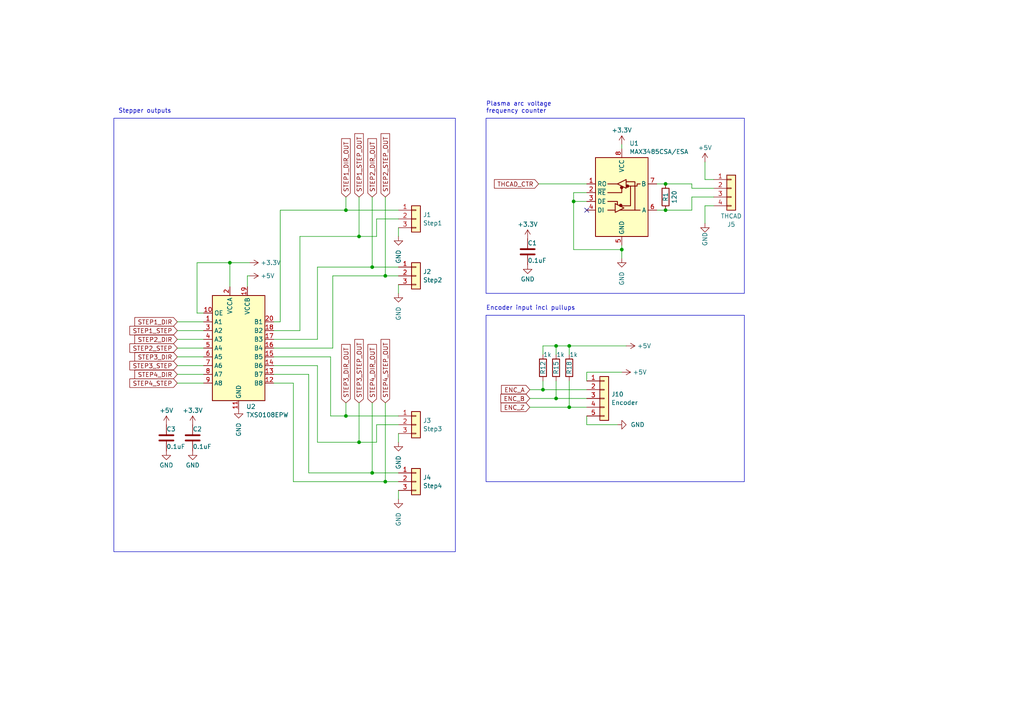
<source format=kicad_sch>
(kicad_sch
	(version 20231120)
	(generator "eeschema")
	(generator_version "8.0")
	(uuid "39cfbc0c-42ba-4187-8636-700b6ca8f3da")
	(paper "A4")
	(title_block
		(title "MetalMusings EaserCAT 3000")
	)
	(lib_symbols
		(symbol "Connector_Generic:Conn_01x03"
			(pin_names
				(offset 1.016) hide)
			(exclude_from_sim no)
			(in_bom yes)
			(on_board yes)
			(property "Reference" "J"
				(at 0 5.08 0)
				(effects
					(font
						(size 1.27 1.27)
					)
				)
			)
			(property "Value" "Conn_01x03"
				(at 0 -5.08 0)
				(effects
					(font
						(size 1.27 1.27)
					)
				)
			)
			(property "Footprint" ""
				(at 0 0 0)
				(effects
					(font
						(size 1.27 1.27)
					)
					(hide yes)
				)
			)
			(property "Datasheet" "~"
				(at 0 0 0)
				(effects
					(font
						(size 1.27 1.27)
					)
					(hide yes)
				)
			)
			(property "Description" "Generic connector, single row, 01x03, script generated (kicad-library-utils/schlib/autogen/connector/)"
				(at 0 0 0)
				(effects
					(font
						(size 1.27 1.27)
					)
					(hide yes)
				)
			)
			(property "ki_keywords" "connector"
				(at 0 0 0)
				(effects
					(font
						(size 1.27 1.27)
					)
					(hide yes)
				)
			)
			(property "ki_fp_filters" "Connector*:*_1x??_*"
				(at 0 0 0)
				(effects
					(font
						(size 1.27 1.27)
					)
					(hide yes)
				)
			)
			(symbol "Conn_01x03_1_1"
				(rectangle
					(start -1.27 -2.413)
					(end 0 -2.667)
					(stroke
						(width 0.1524)
						(type default)
					)
					(fill
						(type none)
					)
				)
				(rectangle
					(start -1.27 0.127)
					(end 0 -0.127)
					(stroke
						(width 0.1524)
						(type default)
					)
					(fill
						(type none)
					)
				)
				(rectangle
					(start -1.27 2.667)
					(end 0 2.413)
					(stroke
						(width 0.1524)
						(type default)
					)
					(fill
						(type none)
					)
				)
				(rectangle
					(start -1.27 3.81)
					(end 1.27 -3.81)
					(stroke
						(width 0.254)
						(type default)
					)
					(fill
						(type background)
					)
				)
				(pin passive line
					(at -5.08 2.54 0)
					(length 3.81)
					(name "Pin_1"
						(effects
							(font
								(size 1.27 1.27)
							)
						)
					)
					(number "1"
						(effects
							(font
								(size 1.27 1.27)
							)
						)
					)
				)
				(pin passive line
					(at -5.08 0 0)
					(length 3.81)
					(name "Pin_2"
						(effects
							(font
								(size 1.27 1.27)
							)
						)
					)
					(number "2"
						(effects
							(font
								(size 1.27 1.27)
							)
						)
					)
				)
				(pin passive line
					(at -5.08 -2.54 0)
					(length 3.81)
					(name "Pin_3"
						(effects
							(font
								(size 1.27 1.27)
							)
						)
					)
					(number "3"
						(effects
							(font
								(size 1.27 1.27)
							)
						)
					)
				)
			)
		)
		(symbol "Connector_Generic:Conn_01x04"
			(pin_names
				(offset 1.016) hide)
			(exclude_from_sim no)
			(in_bom yes)
			(on_board yes)
			(property "Reference" "J"
				(at 0 5.08 0)
				(effects
					(font
						(size 1.27 1.27)
					)
				)
			)
			(property "Value" "Conn_01x04"
				(at 0 -7.62 0)
				(effects
					(font
						(size 1.27 1.27)
					)
				)
			)
			(property "Footprint" ""
				(at 0 0 0)
				(effects
					(font
						(size 1.27 1.27)
					)
					(hide yes)
				)
			)
			(property "Datasheet" "~"
				(at 0 0 0)
				(effects
					(font
						(size 1.27 1.27)
					)
					(hide yes)
				)
			)
			(property "Description" "Generic connector, single row, 01x04, script generated (kicad-library-utils/schlib/autogen/connector/)"
				(at 0 0 0)
				(effects
					(font
						(size 1.27 1.27)
					)
					(hide yes)
				)
			)
			(property "ki_keywords" "connector"
				(at 0 0 0)
				(effects
					(font
						(size 1.27 1.27)
					)
					(hide yes)
				)
			)
			(property "ki_fp_filters" "Connector*:*_1x??_*"
				(at 0 0 0)
				(effects
					(font
						(size 1.27 1.27)
					)
					(hide yes)
				)
			)
			(symbol "Conn_01x04_1_1"
				(rectangle
					(start -1.27 -4.953)
					(end 0 -5.207)
					(stroke
						(width 0.1524)
						(type default)
					)
					(fill
						(type none)
					)
				)
				(rectangle
					(start -1.27 -2.413)
					(end 0 -2.667)
					(stroke
						(width 0.1524)
						(type default)
					)
					(fill
						(type none)
					)
				)
				(rectangle
					(start -1.27 0.127)
					(end 0 -0.127)
					(stroke
						(width 0.1524)
						(type default)
					)
					(fill
						(type none)
					)
				)
				(rectangle
					(start -1.27 2.667)
					(end 0 2.413)
					(stroke
						(width 0.1524)
						(type default)
					)
					(fill
						(type none)
					)
				)
				(rectangle
					(start -1.27 3.81)
					(end 1.27 -6.35)
					(stroke
						(width 0.254)
						(type default)
					)
					(fill
						(type background)
					)
				)
				(pin passive line
					(at -5.08 2.54 0)
					(length 3.81)
					(name "Pin_1"
						(effects
							(font
								(size 1.27 1.27)
							)
						)
					)
					(number "1"
						(effects
							(font
								(size 1.27 1.27)
							)
						)
					)
				)
				(pin passive line
					(at -5.08 0 0)
					(length 3.81)
					(name "Pin_2"
						(effects
							(font
								(size 1.27 1.27)
							)
						)
					)
					(number "2"
						(effects
							(font
								(size 1.27 1.27)
							)
						)
					)
				)
				(pin passive line
					(at -5.08 -2.54 0)
					(length 3.81)
					(name "Pin_3"
						(effects
							(font
								(size 1.27 1.27)
							)
						)
					)
					(number "3"
						(effects
							(font
								(size 1.27 1.27)
							)
						)
					)
				)
				(pin passive line
					(at -5.08 -5.08 0)
					(length 3.81)
					(name "Pin_4"
						(effects
							(font
								(size 1.27 1.27)
							)
						)
					)
					(number "4"
						(effects
							(font
								(size 1.27 1.27)
							)
						)
					)
				)
			)
		)
		(symbol "Connector_Generic:Conn_01x05"
			(pin_names
				(offset 1.016) hide)
			(exclude_from_sim no)
			(in_bom yes)
			(on_board yes)
			(property "Reference" "J"
				(at 0 7.62 0)
				(effects
					(font
						(size 1.27 1.27)
					)
				)
			)
			(property "Value" "Conn_01x05"
				(at 0 -7.62 0)
				(effects
					(font
						(size 1.27 1.27)
					)
				)
			)
			(property "Footprint" ""
				(at 0 0 0)
				(effects
					(font
						(size 1.27 1.27)
					)
					(hide yes)
				)
			)
			(property "Datasheet" "~"
				(at 0 0 0)
				(effects
					(font
						(size 1.27 1.27)
					)
					(hide yes)
				)
			)
			(property "Description" "Generic connector, single row, 01x05, script generated (kicad-library-utils/schlib/autogen/connector/)"
				(at 0 0 0)
				(effects
					(font
						(size 1.27 1.27)
					)
					(hide yes)
				)
			)
			(property "ki_keywords" "connector"
				(at 0 0 0)
				(effects
					(font
						(size 1.27 1.27)
					)
					(hide yes)
				)
			)
			(property "ki_fp_filters" "Connector*:*_1x??_*"
				(at 0 0 0)
				(effects
					(font
						(size 1.27 1.27)
					)
					(hide yes)
				)
			)
			(symbol "Conn_01x05_1_1"
				(rectangle
					(start -1.27 -4.953)
					(end 0 -5.207)
					(stroke
						(width 0.1524)
						(type default)
					)
					(fill
						(type none)
					)
				)
				(rectangle
					(start -1.27 -2.413)
					(end 0 -2.667)
					(stroke
						(width 0.1524)
						(type default)
					)
					(fill
						(type none)
					)
				)
				(rectangle
					(start -1.27 0.127)
					(end 0 -0.127)
					(stroke
						(width 0.1524)
						(type default)
					)
					(fill
						(type none)
					)
				)
				(rectangle
					(start -1.27 2.667)
					(end 0 2.413)
					(stroke
						(width 0.1524)
						(type default)
					)
					(fill
						(type none)
					)
				)
				(rectangle
					(start -1.27 5.207)
					(end 0 4.953)
					(stroke
						(width 0.1524)
						(type default)
					)
					(fill
						(type none)
					)
				)
				(rectangle
					(start -1.27 6.35)
					(end 1.27 -6.35)
					(stroke
						(width 0.254)
						(type default)
					)
					(fill
						(type background)
					)
				)
				(pin passive line
					(at -5.08 5.08 0)
					(length 3.81)
					(name "Pin_1"
						(effects
							(font
								(size 1.27 1.27)
							)
						)
					)
					(number "1"
						(effects
							(font
								(size 1.27 1.27)
							)
						)
					)
				)
				(pin passive line
					(at -5.08 2.54 0)
					(length 3.81)
					(name "Pin_2"
						(effects
							(font
								(size 1.27 1.27)
							)
						)
					)
					(number "2"
						(effects
							(font
								(size 1.27 1.27)
							)
						)
					)
				)
				(pin passive line
					(at -5.08 0 0)
					(length 3.81)
					(name "Pin_3"
						(effects
							(font
								(size 1.27 1.27)
							)
						)
					)
					(number "3"
						(effects
							(font
								(size 1.27 1.27)
							)
						)
					)
				)
				(pin passive line
					(at -5.08 -2.54 0)
					(length 3.81)
					(name "Pin_4"
						(effects
							(font
								(size 1.27 1.27)
							)
						)
					)
					(number "4"
						(effects
							(font
								(size 1.27 1.27)
							)
						)
					)
				)
				(pin passive line
					(at -5.08 -5.08 0)
					(length 3.81)
					(name "Pin_5"
						(effects
							(font
								(size 1.27 1.27)
							)
						)
					)
					(number "5"
						(effects
							(font
								(size 1.27 1.27)
							)
						)
					)
				)
			)
		)
		(symbol "Device:C"
			(pin_numbers hide)
			(pin_names
				(offset 0.254)
			)
			(exclude_from_sim no)
			(in_bom yes)
			(on_board yes)
			(property "Reference" "C"
				(at 0.635 2.54 0)
				(effects
					(font
						(size 1.27 1.27)
					)
					(justify left)
				)
			)
			(property "Value" "C"
				(at 0.635 -2.54 0)
				(effects
					(font
						(size 1.27 1.27)
					)
					(justify left)
				)
			)
			(property "Footprint" ""
				(at 0.9652 -3.81 0)
				(effects
					(font
						(size 1.27 1.27)
					)
					(hide yes)
				)
			)
			(property "Datasheet" "~"
				(at 0 0 0)
				(effects
					(font
						(size 1.27 1.27)
					)
					(hide yes)
				)
			)
			(property "Description" "Unpolarized capacitor"
				(at 0 0 0)
				(effects
					(font
						(size 1.27 1.27)
					)
					(hide yes)
				)
			)
			(property "ki_keywords" "cap capacitor"
				(at 0 0 0)
				(effects
					(font
						(size 1.27 1.27)
					)
					(hide yes)
				)
			)
			(property "ki_fp_filters" "C_*"
				(at 0 0 0)
				(effects
					(font
						(size 1.27 1.27)
					)
					(hide yes)
				)
			)
			(symbol "C_0_1"
				(polyline
					(pts
						(xy -2.032 -0.762) (xy 2.032 -0.762)
					)
					(stroke
						(width 0.508)
						(type default)
					)
					(fill
						(type none)
					)
				)
				(polyline
					(pts
						(xy -2.032 0.762) (xy 2.032 0.762)
					)
					(stroke
						(width 0.508)
						(type default)
					)
					(fill
						(type none)
					)
				)
			)
			(symbol "C_1_1"
				(pin passive line
					(at 0 3.81 270)
					(length 2.794)
					(name "~"
						(effects
							(font
								(size 1.27 1.27)
							)
						)
					)
					(number "1"
						(effects
							(font
								(size 1.27 1.27)
							)
						)
					)
				)
				(pin passive line
					(at 0 -3.81 90)
					(length 2.794)
					(name "~"
						(effects
							(font
								(size 1.27 1.27)
							)
						)
					)
					(number "2"
						(effects
							(font
								(size 1.27 1.27)
							)
						)
					)
				)
			)
		)
		(symbol "Device:R"
			(pin_numbers hide)
			(pin_names
				(offset 0)
			)
			(exclude_from_sim no)
			(in_bom yes)
			(on_board yes)
			(property "Reference" "R"
				(at 2.032 0 90)
				(effects
					(font
						(size 1.27 1.27)
					)
				)
			)
			(property "Value" "R"
				(at 0 0 90)
				(effects
					(font
						(size 1.27 1.27)
					)
				)
			)
			(property "Footprint" ""
				(at -1.778 0 90)
				(effects
					(font
						(size 1.27 1.27)
					)
					(hide yes)
				)
			)
			(property "Datasheet" "~"
				(at 0 0 0)
				(effects
					(font
						(size 1.27 1.27)
					)
					(hide yes)
				)
			)
			(property "Description" "Resistor"
				(at 0 0 0)
				(effects
					(font
						(size 1.27 1.27)
					)
					(hide yes)
				)
			)
			(property "ki_keywords" "R res resistor"
				(at 0 0 0)
				(effects
					(font
						(size 1.27 1.27)
					)
					(hide yes)
				)
			)
			(property "ki_fp_filters" "R_*"
				(at 0 0 0)
				(effects
					(font
						(size 1.27 1.27)
					)
					(hide yes)
				)
			)
			(symbol "R_0_1"
				(rectangle
					(start -1.016 -2.54)
					(end 1.016 2.54)
					(stroke
						(width 0.254)
						(type default)
					)
					(fill
						(type none)
					)
				)
			)
			(symbol "R_1_1"
				(pin passive line
					(at 0 3.81 270)
					(length 1.27)
					(name "~"
						(effects
							(font
								(size 1.27 1.27)
							)
						)
					)
					(number "1"
						(effects
							(font
								(size 1.27 1.27)
							)
						)
					)
				)
				(pin passive line
					(at 0 -3.81 90)
					(length 1.27)
					(name "~"
						(effects
							(font
								(size 1.27 1.27)
							)
						)
					)
					(number "2"
						(effects
							(font
								(size 1.27 1.27)
							)
						)
					)
				)
			)
		)
		(symbol "Interface_UART:MAX3485"
			(exclude_from_sim no)
			(in_bom yes)
			(on_board yes)
			(property "Reference" "U"
				(at -6.096 11.43 0)
				(effects
					(font
						(size 1.27 1.27)
					)
				)
			)
			(property "Value" "MAX3485"
				(at 0.762 11.43 0)
				(effects
					(font
						(size 1.27 1.27)
					)
					(justify left)
				)
			)
			(property "Footprint" ""
				(at 0 -17.78 0)
				(effects
					(font
						(size 1.27 1.27)
					)
					(hide yes)
				)
			)
			(property "Datasheet" "https://datasheets.maximintegrated.com/en/ds/MAX3483-MAX3491.pdf"
				(at 0 1.27 0)
				(effects
					(font
						(size 1.27 1.27)
					)
					(hide yes)
				)
			)
			(property "Description" "True RS-485/RS-422, 10Mbps, Slew-Rate Limited, with low-power shutdown, with receiver/driver enable, 32 receiver drive capacitity, DIP-8 and SOIC-8"
				(at 0 0 0)
				(effects
					(font
						(size 1.27 1.27)
					)
					(hide yes)
				)
			)
			(property "ki_keywords" "RS-485 RS-422 UART line-driver transceiver"
				(at 0 0 0)
				(effects
					(font
						(size 1.27 1.27)
					)
					(hide yes)
				)
			)
			(property "ki_fp_filters" "DIP*W7.62mm* SOIC*3.9x4.9mm*P1.27mm*"
				(at 0 0 0)
				(effects
					(font
						(size 1.27 1.27)
					)
					(hide yes)
				)
			)
			(symbol "MAX3485_0_1"
				(rectangle
					(start -7.62 10.16)
					(end 7.62 -12.7)
					(stroke
						(width 0.254)
						(type default)
					)
					(fill
						(type background)
					)
				)
				(circle
					(center -0.3048 -3.683)
					(radius 0.3556)
					(stroke
						(width 0.254)
						(type default)
					)
					(fill
						(type outline)
					)
				)
				(circle
					(center -0.0254 1.4986)
					(radius 0.3556)
					(stroke
						(width 0.254)
						(type default)
					)
					(fill
						(type outline)
					)
				)
				(polyline
					(pts
						(xy -4.064 -5.08) (xy -1.905 -5.08)
					)
					(stroke
						(width 0.254)
						(type default)
					)
					(fill
						(type none)
					)
				)
				(polyline
					(pts
						(xy -4.064 2.54) (xy -1.27 2.54)
					)
					(stroke
						(width 0.254)
						(type default)
					)
					(fill
						(type none)
					)
				)
				(polyline
					(pts
						(xy -1.27 -3.2004) (xy -1.27 -3.4544)
					)
					(stroke
						(width 0.254)
						(type default)
					)
					(fill
						(type none)
					)
				)
				(polyline
					(pts
						(xy -0.635 -5.08) (xy 5.334 -5.08)
					)
					(stroke
						(width 0.254)
						(type default)
					)
					(fill
						(type none)
					)
				)
				(polyline
					(pts
						(xy -4.064 -2.54) (xy -1.27 -2.54) (xy -1.27 -3.175)
					)
					(stroke
						(width 0.254)
						(type default)
					)
					(fill
						(type none)
					)
				)
				(polyline
					(pts
						(xy 0 1.27) (xy 0 0) (xy -4.064 0)
					)
					(stroke
						(width 0.254)
						(type default)
					)
					(fill
						(type none)
					)
				)
				(polyline
					(pts
						(xy 1.27 3.175) (xy 3.81 3.175) (xy 3.81 -5.08)
					)
					(stroke
						(width 0.254)
						(type default)
					)
					(fill
						(type none)
					)
				)
				(polyline
					(pts
						(xy 2.54 1.905) (xy 2.54 -3.81) (xy 0 -3.81)
					)
					(stroke
						(width 0.254)
						(type default)
					)
					(fill
						(type none)
					)
				)
				(polyline
					(pts
						(xy -1.905 -3.175) (xy -1.905 -5.715) (xy 0.635 -4.445) (xy -1.905 -3.175)
					)
					(stroke
						(width 0.254)
						(type default)
					)
					(fill
						(type none)
					)
				)
				(polyline
					(pts
						(xy -1.27 2.54) (xy 1.27 3.81) (xy 1.27 1.27) (xy -1.27 2.54)
					)
					(stroke
						(width 0.254)
						(type default)
					)
					(fill
						(type none)
					)
				)
				(polyline
					(pts
						(xy 1.905 1.905) (xy 4.445 1.905) (xy 4.445 2.54) (xy 5.334 2.54)
					)
					(stroke
						(width 0.254)
						(type default)
					)
					(fill
						(type none)
					)
				)
				(rectangle
					(start 1.27 3.175)
					(end 1.27 3.175)
					(stroke
						(width 0)
						(type default)
					)
					(fill
						(type none)
					)
				)
				(circle
					(center 1.651 1.905)
					(radius 0.3556)
					(stroke
						(width 0.254)
						(type default)
					)
					(fill
						(type outline)
					)
				)
			)
			(symbol "MAX3485_1_1"
				(pin output line
					(at -10.16 2.54 0)
					(length 2.54)
					(name "RO"
						(effects
							(font
								(size 1.27 1.27)
							)
						)
					)
					(number "1"
						(effects
							(font
								(size 1.27 1.27)
							)
						)
					)
				)
				(pin input line
					(at -10.16 0 0)
					(length 2.54)
					(name "~{RE}"
						(effects
							(font
								(size 1.27 1.27)
							)
						)
					)
					(number "2"
						(effects
							(font
								(size 1.27 1.27)
							)
						)
					)
				)
				(pin input line
					(at -10.16 -2.54 0)
					(length 2.54)
					(name "DE"
						(effects
							(font
								(size 1.27 1.27)
							)
						)
					)
					(number "3"
						(effects
							(font
								(size 1.27 1.27)
							)
						)
					)
				)
				(pin input line
					(at -10.16 -5.08 0)
					(length 2.54)
					(name "DI"
						(effects
							(font
								(size 1.27 1.27)
							)
						)
					)
					(number "4"
						(effects
							(font
								(size 1.27 1.27)
							)
						)
					)
				)
				(pin power_in line
					(at 0 -15.24 90)
					(length 2.54)
					(name "GND"
						(effects
							(font
								(size 1.27 1.27)
							)
						)
					)
					(number "5"
						(effects
							(font
								(size 1.27 1.27)
							)
						)
					)
				)
				(pin bidirectional line
					(at 10.16 -5.08 180)
					(length 2.54)
					(name "A"
						(effects
							(font
								(size 1.27 1.27)
							)
						)
					)
					(number "6"
						(effects
							(font
								(size 1.27 1.27)
							)
						)
					)
				)
				(pin bidirectional line
					(at 10.16 2.54 180)
					(length 2.54)
					(name "B"
						(effects
							(font
								(size 1.27 1.27)
							)
						)
					)
					(number "7"
						(effects
							(font
								(size 1.27 1.27)
							)
						)
					)
				)
				(pin power_in line
					(at 0 12.7 270)
					(length 2.54)
					(name "VCC"
						(effects
							(font
								(size 1.27 1.27)
							)
						)
					)
					(number "8"
						(effects
							(font
								(size 1.27 1.27)
							)
						)
					)
				)
			)
		)
		(symbol "Logic_LevelTranslator:TXS0108EPW"
			(exclude_from_sim no)
			(in_bom yes)
			(on_board yes)
			(property "Reference" "U"
				(at -6.35 16.51 0)
				(effects
					(font
						(size 1.27 1.27)
					)
				)
			)
			(property "Value" "TXS0108EPW"
				(at 3.81 16.51 0)
				(effects
					(font
						(size 1.27 1.27)
					)
					(justify left)
				)
			)
			(property "Footprint" "Package_SO:TSSOP-20_4.4x6.5mm_P0.65mm"
				(at 0 -19.05 0)
				(effects
					(font
						(size 1.27 1.27)
					)
					(hide yes)
				)
			)
			(property "Datasheet" "www.ti.com/lit/ds/symlink/txs0108e.pdf"
				(at 0 -2.54 0)
				(effects
					(font
						(size 1.27 1.27)
					)
					(hide yes)
				)
			)
			(property "Description" "Bidirectional  level-shifting voltage translator, TSSOP-20"
				(at 0 0 0)
				(effects
					(font
						(size 1.27 1.27)
					)
					(hide yes)
				)
			)
			(property "ki_keywords" "8-bit"
				(at 0 0 0)
				(effects
					(font
						(size 1.27 1.27)
					)
					(hide yes)
				)
			)
			(property "ki_fp_filters" "*SSOP*4.4x6.5mm*P0.65mm*"
				(at 0 0 0)
				(effects
					(font
						(size 1.27 1.27)
					)
					(hide yes)
				)
			)
			(symbol "TXS0108EPW_0_1"
				(rectangle
					(start -7.62 15.24)
					(end 7.62 -15.24)
					(stroke
						(width 0.254)
						(type default)
					)
					(fill
						(type background)
					)
				)
			)
			(symbol "TXS0108EPW_1_1"
				(pin bidirectional line
					(at -10.16 7.62 0)
					(length 2.54)
					(name "A1"
						(effects
							(font
								(size 1.27 1.27)
							)
						)
					)
					(number "1"
						(effects
							(font
								(size 1.27 1.27)
							)
						)
					)
				)
				(pin input line
					(at -10.16 10.16 0)
					(length 2.54)
					(name "OE"
						(effects
							(font
								(size 1.27 1.27)
							)
						)
					)
					(number "10"
						(effects
							(font
								(size 1.27 1.27)
							)
						)
					)
				)
				(pin power_in line
					(at 0 -17.78 90)
					(length 2.54)
					(name "GND"
						(effects
							(font
								(size 1.27 1.27)
							)
						)
					)
					(number "11"
						(effects
							(font
								(size 1.27 1.27)
							)
						)
					)
				)
				(pin bidirectional line
					(at 10.16 -10.16 180)
					(length 2.54)
					(name "B8"
						(effects
							(font
								(size 1.27 1.27)
							)
						)
					)
					(number "12"
						(effects
							(font
								(size 1.27 1.27)
							)
						)
					)
				)
				(pin bidirectional line
					(at 10.16 -7.62 180)
					(length 2.54)
					(name "B7"
						(effects
							(font
								(size 1.27 1.27)
							)
						)
					)
					(number "13"
						(effects
							(font
								(size 1.27 1.27)
							)
						)
					)
				)
				(pin bidirectional line
					(at 10.16 -5.08 180)
					(length 2.54)
					(name "B6"
						(effects
							(font
								(size 1.27 1.27)
							)
						)
					)
					(number "14"
						(effects
							(font
								(size 1.27 1.27)
							)
						)
					)
				)
				(pin bidirectional line
					(at 10.16 -2.54 180)
					(length 2.54)
					(name "B5"
						(effects
							(font
								(size 1.27 1.27)
							)
						)
					)
					(number "15"
						(effects
							(font
								(size 1.27 1.27)
							)
						)
					)
				)
				(pin bidirectional line
					(at 10.16 0 180)
					(length 2.54)
					(name "B4"
						(effects
							(font
								(size 1.27 1.27)
							)
						)
					)
					(number "16"
						(effects
							(font
								(size 1.27 1.27)
							)
						)
					)
				)
				(pin bidirectional line
					(at 10.16 2.54 180)
					(length 2.54)
					(name "B3"
						(effects
							(font
								(size 1.27 1.27)
							)
						)
					)
					(number "17"
						(effects
							(font
								(size 1.27 1.27)
							)
						)
					)
				)
				(pin bidirectional line
					(at 10.16 5.08 180)
					(length 2.54)
					(name "B2"
						(effects
							(font
								(size 1.27 1.27)
							)
						)
					)
					(number "18"
						(effects
							(font
								(size 1.27 1.27)
							)
						)
					)
				)
				(pin power_in line
					(at 2.54 17.78 270)
					(length 2.54)
					(name "VCCB"
						(effects
							(font
								(size 1.27 1.27)
							)
						)
					)
					(number "19"
						(effects
							(font
								(size 1.27 1.27)
							)
						)
					)
				)
				(pin power_in line
					(at -2.54 17.78 270)
					(length 2.54)
					(name "VCCA"
						(effects
							(font
								(size 1.27 1.27)
							)
						)
					)
					(number "2"
						(effects
							(font
								(size 1.27 1.27)
							)
						)
					)
				)
				(pin bidirectional line
					(at 10.16 7.62 180)
					(length 2.54)
					(name "B1"
						(effects
							(font
								(size 1.27 1.27)
							)
						)
					)
					(number "20"
						(effects
							(font
								(size 1.27 1.27)
							)
						)
					)
				)
				(pin bidirectional line
					(at -10.16 5.08 0)
					(length 2.54)
					(name "A2"
						(effects
							(font
								(size 1.27 1.27)
							)
						)
					)
					(number "3"
						(effects
							(font
								(size 1.27 1.27)
							)
						)
					)
				)
				(pin bidirectional line
					(at -10.16 2.54 0)
					(length 2.54)
					(name "A3"
						(effects
							(font
								(size 1.27 1.27)
							)
						)
					)
					(number "4"
						(effects
							(font
								(size 1.27 1.27)
							)
						)
					)
				)
				(pin bidirectional line
					(at -10.16 0 0)
					(length 2.54)
					(name "A4"
						(effects
							(font
								(size 1.27 1.27)
							)
						)
					)
					(number "5"
						(effects
							(font
								(size 1.27 1.27)
							)
						)
					)
				)
				(pin bidirectional line
					(at -10.16 -2.54 0)
					(length 2.54)
					(name "A5"
						(effects
							(font
								(size 1.27 1.27)
							)
						)
					)
					(number "6"
						(effects
							(font
								(size 1.27 1.27)
							)
						)
					)
				)
				(pin bidirectional line
					(at -10.16 -5.08 0)
					(length 2.54)
					(name "A6"
						(effects
							(font
								(size 1.27 1.27)
							)
						)
					)
					(number "7"
						(effects
							(font
								(size 1.27 1.27)
							)
						)
					)
				)
				(pin bidirectional line
					(at -10.16 -7.62 0)
					(length 2.54)
					(name "A7"
						(effects
							(font
								(size 1.27 1.27)
							)
						)
					)
					(number "8"
						(effects
							(font
								(size 1.27 1.27)
							)
						)
					)
				)
				(pin bidirectional line
					(at -10.16 -10.16 0)
					(length 2.54)
					(name "A8"
						(effects
							(font
								(size 1.27 1.27)
							)
						)
					)
					(number "9"
						(effects
							(font
								(size 1.27 1.27)
							)
						)
					)
				)
			)
		)
		(symbol "power:+3.3V"
			(power)
			(pin_names
				(offset 0)
			)
			(exclude_from_sim no)
			(in_bom yes)
			(on_board yes)
			(property "Reference" "#PWR"
				(at 0 -3.81 0)
				(effects
					(font
						(size 1.27 1.27)
					)
					(hide yes)
				)
			)
			(property "Value" "+3.3V"
				(at 0 3.556 0)
				(effects
					(font
						(size 1.27 1.27)
					)
				)
			)
			(property "Footprint" ""
				(at 0 0 0)
				(effects
					(font
						(size 1.27 1.27)
					)
					(hide yes)
				)
			)
			(property "Datasheet" ""
				(at 0 0 0)
				(effects
					(font
						(size 1.27 1.27)
					)
					(hide yes)
				)
			)
			(property "Description" "Power symbol creates a global label with name \"+3.3V\""
				(at 0 0 0)
				(effects
					(font
						(size 1.27 1.27)
					)
					(hide yes)
				)
			)
			(property "ki_keywords" "global power"
				(at 0 0 0)
				(effects
					(font
						(size 1.27 1.27)
					)
					(hide yes)
				)
			)
			(symbol "+3.3V_0_1"
				(polyline
					(pts
						(xy -0.762 1.27) (xy 0 2.54)
					)
					(stroke
						(width 0)
						(type default)
					)
					(fill
						(type none)
					)
				)
				(polyline
					(pts
						(xy 0 0) (xy 0 2.54)
					)
					(stroke
						(width 0)
						(type default)
					)
					(fill
						(type none)
					)
				)
				(polyline
					(pts
						(xy 0 2.54) (xy 0.762 1.27)
					)
					(stroke
						(width 0)
						(type default)
					)
					(fill
						(type none)
					)
				)
			)
			(symbol "+3.3V_1_1"
				(pin power_in line
					(at 0 0 90)
					(length 0) hide
					(name "+3.3V"
						(effects
							(font
								(size 1.27 1.27)
							)
						)
					)
					(number "1"
						(effects
							(font
								(size 1.27 1.27)
							)
						)
					)
				)
			)
		)
		(symbol "power:+5V"
			(power)
			(pin_names
				(offset 0)
			)
			(exclude_from_sim no)
			(in_bom yes)
			(on_board yes)
			(property "Reference" "#PWR"
				(at 0 -3.81 0)
				(effects
					(font
						(size 1.27 1.27)
					)
					(hide yes)
				)
			)
			(property "Value" "+5V"
				(at 0 3.556 0)
				(effects
					(font
						(size 1.27 1.27)
					)
				)
			)
			(property "Footprint" ""
				(at 0 0 0)
				(effects
					(font
						(size 1.27 1.27)
					)
					(hide yes)
				)
			)
			(property "Datasheet" ""
				(at 0 0 0)
				(effects
					(font
						(size 1.27 1.27)
					)
					(hide yes)
				)
			)
			(property "Description" "Power symbol creates a global label with name \"+5V\""
				(at 0 0 0)
				(effects
					(font
						(size 1.27 1.27)
					)
					(hide yes)
				)
			)
			(property "ki_keywords" "global power"
				(at 0 0 0)
				(effects
					(font
						(size 1.27 1.27)
					)
					(hide yes)
				)
			)
			(symbol "+5V_0_1"
				(polyline
					(pts
						(xy -0.762 1.27) (xy 0 2.54)
					)
					(stroke
						(width 0)
						(type default)
					)
					(fill
						(type none)
					)
				)
				(polyline
					(pts
						(xy 0 0) (xy 0 2.54)
					)
					(stroke
						(width 0)
						(type default)
					)
					(fill
						(type none)
					)
				)
				(polyline
					(pts
						(xy 0 2.54) (xy 0.762 1.27)
					)
					(stroke
						(width 0)
						(type default)
					)
					(fill
						(type none)
					)
				)
			)
			(symbol "+5V_1_1"
				(pin power_in line
					(at 0 0 90)
					(length 0) hide
					(name "+5V"
						(effects
							(font
								(size 1.27 1.27)
							)
						)
					)
					(number "1"
						(effects
							(font
								(size 1.27 1.27)
							)
						)
					)
				)
			)
		)
		(symbol "power:GND"
			(power)
			(pin_names
				(offset 0)
			)
			(exclude_from_sim no)
			(in_bom yes)
			(on_board yes)
			(property "Reference" "#PWR"
				(at 0 -6.35 0)
				(effects
					(font
						(size 1.27 1.27)
					)
					(hide yes)
				)
			)
			(property "Value" "GND"
				(at 0 -3.81 0)
				(effects
					(font
						(size 1.27 1.27)
					)
				)
			)
			(property "Footprint" ""
				(at 0 0 0)
				(effects
					(font
						(size 1.27 1.27)
					)
					(hide yes)
				)
			)
			(property "Datasheet" ""
				(at 0 0 0)
				(effects
					(font
						(size 1.27 1.27)
					)
					(hide yes)
				)
			)
			(property "Description" "Power symbol creates a global label with name \"GND\" , ground"
				(at 0 0 0)
				(effects
					(font
						(size 1.27 1.27)
					)
					(hide yes)
				)
			)
			(property "ki_keywords" "global power"
				(at 0 0 0)
				(effects
					(font
						(size 1.27 1.27)
					)
					(hide yes)
				)
			)
			(symbol "GND_0_1"
				(polyline
					(pts
						(xy 0 0) (xy 0 -1.27) (xy 1.27 -1.27) (xy 0 -2.54) (xy -1.27 -1.27) (xy 0 -1.27)
					)
					(stroke
						(width 0)
						(type default)
					)
					(fill
						(type none)
					)
				)
			)
			(symbol "GND_1_1"
				(pin power_in line
					(at 0 0 270)
					(length 0) hide
					(name "GND"
						(effects
							(font
								(size 1.27 1.27)
							)
						)
					)
					(number "1"
						(effects
							(font
								(size 1.27 1.27)
							)
						)
					)
				)
			)
		)
	)
	(junction
		(at 66.675 76.2)
		(diameter 0)
		(color 0 0 0 0)
		(uuid "0c48657e-d589-4fbf-ac7b-9cecbb72a4d0")
	)
	(junction
		(at 111.76 139.7)
		(diameter 0)
		(color 0 0 0 0)
		(uuid "0e721998-893c-4dce-965f-728192032f75")
	)
	(junction
		(at 104.14 68.58)
		(diameter 0)
		(color 0 0 0 0)
		(uuid "175c63d4-eeb0-4dca-a399-e2909f2081b9")
	)
	(junction
		(at 100.33 120.65)
		(diameter 0)
		(color 0 0 0 0)
		(uuid "21afe228-40b2-494b-9004-a13a672b2f98")
	)
	(junction
		(at 180.34 72.39)
		(diameter 0)
		(color 0 0 0 0)
		(uuid "37ed323d-92c7-4614-8bc4-d7359e3692c9")
	)
	(junction
		(at 104.14 128.27)
		(diameter 0)
		(color 0 0 0 0)
		(uuid "401ac5f6-d618-4302-9110-b0d82ed6a3e8")
	)
	(junction
		(at 111.76 80.01)
		(diameter 0)
		(color 0 0 0 0)
		(uuid "68069d8b-22c7-4378-8ad3-0fb4cb13f855")
	)
	(junction
		(at 165.1 100.33)
		(diameter 0)
		(color 0 0 0 0)
		(uuid "683d9ab9-e1cb-47bd-9d28-2fb2e97c4118")
	)
	(junction
		(at 161.29 115.57)
		(diameter 0)
		(color 0 0 0 0)
		(uuid "6e1ace0d-16b0-40e5-8264-e1c3817e4e6d")
	)
	(junction
		(at 193.04 60.96)
		(diameter 0)
		(color 0 0 0 0)
		(uuid "76685157-e1d7-4504-815b-8e1e0347929f")
	)
	(junction
		(at 165.1 118.11)
		(diameter 0)
		(color 0 0 0 0)
		(uuid "84b2ca66-6f83-47cf-a342-96a42b1f0948")
	)
	(junction
		(at 166.37 58.42)
		(diameter 0)
		(color 0 0 0 0)
		(uuid "9750e5b1-6a68-43b1-b199-b68a8f0a5bc1")
	)
	(junction
		(at 161.29 100.33)
		(diameter 0)
		(color 0 0 0 0)
		(uuid "a719d543-3cd0-4160-a022-0882e04d1c7e")
	)
	(junction
		(at 107.95 137.16)
		(diameter 0)
		(color 0 0 0 0)
		(uuid "aa87c021-6bfc-4344-8102-e1b7d058ac5d")
	)
	(junction
		(at 193.04 53.34)
		(diameter 0)
		(color 0 0 0 0)
		(uuid "af0394df-e48d-457c-884f-ffd856979ade")
	)
	(junction
		(at 107.95 77.47)
		(diameter 0)
		(color 0 0 0 0)
		(uuid "cdaa2af4-6596-4df0-b7b9-21b0136e042f")
	)
	(junction
		(at 157.48 113.03)
		(diameter 0)
		(color 0 0 0 0)
		(uuid "ea972e4e-c0af-4e8d-a77c-c97c2f13d033")
	)
	(junction
		(at 100.33 60.96)
		(diameter 0)
		(color 0 0 0 0)
		(uuid "feb8b4fd-6ed1-41d6-b09e-7fe343575411")
	)
	(no_connect
		(at 170.18 60.96)
		(uuid "b55a0831-1f80-4e60-afe5-fbeb09b31fb3")
	)
	(wire
		(pts
			(xy 86.995 95.885) (xy 86.995 68.58)
		)
		(stroke
			(width 0)
			(type default)
		)
		(uuid "037a3031-15c0-407f-a27c-3ce9ea0e44c8")
	)
	(wire
		(pts
			(xy 109.22 128.27) (xy 109.22 123.19)
		)
		(stroke
			(width 0)
			(type default)
		)
		(uuid "043d3d54-e00a-4fe3-817d-ee88809e8647")
	)
	(wire
		(pts
			(xy 51.435 95.885) (xy 59.055 95.885)
		)
		(stroke
			(width 0)
			(type default)
		)
		(uuid "0483916f-ad06-494e-abf3-32c2b3012143")
	)
	(wire
		(pts
			(xy 170.18 123.19) (xy 170.18 120.65)
		)
		(stroke
			(width 0)
			(type default)
		)
		(uuid "07465d76-73cb-47cf-85b0-a212eeb4c245")
	)
	(wire
		(pts
			(xy 51.435 103.505) (xy 59.055 103.505)
		)
		(stroke
			(width 0)
			(type default)
		)
		(uuid "0762e0f7-d485-4359-81af-952410a01e73")
	)
	(wire
		(pts
			(xy 111.76 116.84) (xy 111.76 139.7)
		)
		(stroke
			(width 0)
			(type default)
		)
		(uuid "078ce940-0e71-4c96-87a0-fbeb4d632f86")
	)
	(wire
		(pts
			(xy 115.57 82.55) (xy 115.57 85.09)
		)
		(stroke
			(width 0)
			(type default)
		)
		(uuid "08028f6c-a86e-4b63-9431-eeac0576cf6e")
	)
	(wire
		(pts
			(xy 200.66 57.15) (xy 207.01 57.15)
		)
		(stroke
			(width 0)
			(type default)
		)
		(uuid "08fed954-f2cf-45a8-93c5-52d04333503a")
	)
	(wire
		(pts
			(xy 79.375 111.125) (xy 85.09 111.125)
		)
		(stroke
			(width 0)
			(type default)
		)
		(uuid "0a7260cb-91d6-4d57-a800-00b8319ce1b9")
	)
	(wire
		(pts
			(xy 85.09 139.7) (xy 111.76 139.7)
		)
		(stroke
			(width 0)
			(type default)
		)
		(uuid "0c65370c-3f9e-4f75-957a-4e592f662f1e")
	)
	(wire
		(pts
			(xy 161.29 100.33) (xy 165.1 100.33)
		)
		(stroke
			(width 0)
			(type default)
		)
		(uuid "0e8887a4-427f-4e39-bddc-e08029e86fc7")
	)
	(wire
		(pts
			(xy 86.995 68.58) (xy 104.14 68.58)
		)
		(stroke
			(width 0)
			(type default)
		)
		(uuid "0ec6f497-7d4b-4e30-9f22-e0bce97f22d9")
	)
	(wire
		(pts
			(xy 200.66 53.34) (xy 200.66 54.61)
		)
		(stroke
			(width 0)
			(type default)
		)
		(uuid "1087bd07-2fbc-4edf-86ca-c7387ed4763a")
	)
	(wire
		(pts
			(xy 200.66 57.15) (xy 200.66 60.96)
		)
		(stroke
			(width 0)
			(type default)
		)
		(uuid "1165c426-1c99-4aea-8b41-082f9356dd3d")
	)
	(wire
		(pts
			(xy 161.29 110.49) (xy 161.29 115.57)
		)
		(stroke
			(width 0)
			(type default)
		)
		(uuid "14f4e99a-f84b-4589-ac22-66b0b2ca9c99")
	)
	(wire
		(pts
			(xy 51.435 98.425) (xy 59.055 98.425)
		)
		(stroke
			(width 0)
			(type default)
		)
		(uuid "1595daf5-fa76-4a02-9419-416091d5decd")
	)
	(wire
		(pts
			(xy 107.95 116.84) (xy 107.95 137.16)
		)
		(stroke
			(width 0)
			(type default)
		)
		(uuid "173e5b1a-3adc-4184-b830-1250007e23a2")
	)
	(wire
		(pts
			(xy 157.48 110.49) (xy 157.48 113.03)
		)
		(stroke
			(width 0)
			(type default)
		)
		(uuid "1765b6ab-a3d1-422e-a173-3e2c01e5e4e5")
	)
	(wire
		(pts
			(xy 204.47 52.07) (xy 204.47 46.99)
		)
		(stroke
			(width 0)
			(type default)
		)
		(uuid "1766a9df-42c2-4472-a2ce-456756595d25")
	)
	(wire
		(pts
			(xy 180.34 72.39) (xy 180.34 74.93)
		)
		(stroke
			(width 0)
			(type default)
		)
		(uuid "29765ee6-86bc-4065-8694-08441f6c1b80")
	)
	(wire
		(pts
			(xy 100.33 120.65) (xy 115.57 120.65)
		)
		(stroke
			(width 0)
			(type default)
		)
		(uuid "2c067d49-36a7-44f4-9e39-140f4adc3464")
	)
	(wire
		(pts
			(xy 92.075 77.47) (xy 107.95 77.47)
		)
		(stroke
			(width 0)
			(type default)
		)
		(uuid "2e2fb15d-f58d-48c7-a596-2a18a5d30cf7")
	)
	(wire
		(pts
			(xy 79.375 108.585) (xy 89.535 108.585)
		)
		(stroke
			(width 0)
			(type default)
		)
		(uuid "2f4f001d-e182-415d-890e-3f274fad289d")
	)
	(wire
		(pts
			(xy 161.29 115.57) (xy 153.67 115.57)
		)
		(stroke
			(width 0)
			(type default)
		)
		(uuid "346a236b-d427-4af1-86b5-0caac3e862f5")
	)
	(wire
		(pts
			(xy 104.14 116.84) (xy 104.14 128.27)
		)
		(stroke
			(width 0)
			(type default)
		)
		(uuid "37828781-0af7-4b77-b426-1696be3d4736")
	)
	(wire
		(pts
			(xy 165.1 100.33) (xy 165.1 102.87)
		)
		(stroke
			(width 0)
			(type default)
		)
		(uuid "3891e985-b769-492a-b151-43bf81c93efa")
	)
	(wire
		(pts
			(xy 100.33 116.84) (xy 100.33 120.65)
		)
		(stroke
			(width 0)
			(type default)
		)
		(uuid "3955a344-e1ff-404a-acab-0570e07bb0a1")
	)
	(wire
		(pts
			(xy 156.21 53.34) (xy 170.18 53.34)
		)
		(stroke
			(width 0)
			(type default)
		)
		(uuid "3c67e0ed-3207-4832-b775-34aded55f1a5")
	)
	(wire
		(pts
			(xy 79.375 106.045) (xy 92.075 106.045)
		)
		(stroke
			(width 0)
			(type default)
		)
		(uuid "3cbfb8d5-5e5b-4c2a-9a17-fe2bc39eca0b")
	)
	(wire
		(pts
			(xy 51.435 106.045) (xy 59.055 106.045)
		)
		(stroke
			(width 0)
			(type default)
		)
		(uuid "3fe8ea25-31b0-4d2f-b0f8-c5658374df47")
	)
	(wire
		(pts
			(xy 200.66 54.61) (xy 207.01 54.61)
		)
		(stroke
			(width 0)
			(type default)
		)
		(uuid "4a1ac9f3-57c5-4ec7-a1ae-7494a6d3b5d6")
	)
	(wire
		(pts
			(xy 92.075 98.425) (xy 92.075 77.47)
		)
		(stroke
			(width 0)
			(type default)
		)
		(uuid "56920232-2c73-4590-a531-638f8ffc3616")
	)
	(wire
		(pts
			(xy 165.1 100.33) (xy 181.61 100.33)
		)
		(stroke
			(width 0)
			(type default)
		)
		(uuid "5748ac3c-aa40-4338-91cb-09e7f27e32b9")
	)
	(wire
		(pts
			(xy 85.09 139.7) (xy 85.09 111.125)
		)
		(stroke
			(width 0)
			(type default)
		)
		(uuid "5c26bcbe-1ad5-4856-9037-323960db955f")
	)
	(wire
		(pts
			(xy 66.675 76.2) (xy 72.39 76.2)
		)
		(stroke
			(width 0)
			(type default)
		)
		(uuid "5fd24010-5817-4ded-af94-dda2f4a3b47f")
	)
	(wire
		(pts
			(xy 71.755 80.01) (xy 72.39 80.01)
		)
		(stroke
			(width 0)
			(type default)
		)
		(uuid "62771908-9bf1-4ccb-ae2c-d4402763b9d7")
	)
	(wire
		(pts
			(xy 51.435 93.345) (xy 59.055 93.345)
		)
		(stroke
			(width 0)
			(type default)
		)
		(uuid "6521e90b-7839-4f18-8fe1-973415662e99")
	)
	(wire
		(pts
			(xy 180.34 72.39) (xy 180.34 71.12)
		)
		(stroke
			(width 0)
			(type default)
		)
		(uuid "65e2f924-2e9e-4842-b52b-687fcb487481")
	)
	(wire
		(pts
			(xy 96.52 100.965) (xy 96.52 80.01)
		)
		(stroke
			(width 0)
			(type default)
		)
		(uuid "65fd5d81-d3d4-4143-9ef6-1b38a287d845")
	)
	(wire
		(pts
			(xy 115.57 66.04) (xy 115.57 68.58)
		)
		(stroke
			(width 0)
			(type default)
		)
		(uuid "667a2758-9545-4543-a319-7f7c2376f1a9")
	)
	(wire
		(pts
			(xy 190.5 53.34) (xy 193.04 53.34)
		)
		(stroke
			(width 0)
			(type default)
		)
		(uuid "67537ad1-4e2f-4a32-9765-7ba4875fd098")
	)
	(wire
		(pts
			(xy 180.34 107.95) (xy 170.18 107.95)
		)
		(stroke
			(width 0)
			(type default)
		)
		(uuid "68ae044d-f4b4-461e-a4d4-8aded6fca61e")
	)
	(wire
		(pts
			(xy 79.375 103.505) (xy 95.885 103.505)
		)
		(stroke
			(width 0)
			(type default)
		)
		(uuid "6b7151ef-2a31-4b1f-bfa3-e10bdb55c049")
	)
	(wire
		(pts
			(xy 51.435 111.125) (xy 59.055 111.125)
		)
		(stroke
			(width 0)
			(type default)
		)
		(uuid "6edf1c74-7683-4ed2-947a-8174179d9419")
	)
	(wire
		(pts
			(xy 166.37 72.39) (xy 180.34 72.39)
		)
		(stroke
			(width 0)
			(type default)
		)
		(uuid "701d7392-eb00-49e3-a9b4-2f6cfa660a9f")
	)
	(wire
		(pts
			(xy 95.885 103.505) (xy 95.885 120.65)
		)
		(stroke
			(width 0)
			(type default)
		)
		(uuid "7133762e-5203-409e-942c-5a107fbbac87")
	)
	(wire
		(pts
			(xy 92.075 106.045) (xy 92.075 128.27)
		)
		(stroke
			(width 0)
			(type default)
		)
		(uuid "71b0795e-c9b6-4a7f-9ed1-f85f53bb75ee")
	)
	(wire
		(pts
			(xy 57.15 76.2) (xy 66.675 76.2)
		)
		(stroke
			(width 0)
			(type default)
		)
		(uuid "71cf7d70-7c8c-47b4-927b-e9b67e69a973")
	)
	(wire
		(pts
			(xy 161.29 100.33) (xy 161.29 102.87)
		)
		(stroke
			(width 0)
			(type default)
		)
		(uuid "7240d9a2-cd01-449e-a8d4-b8312f71888b")
	)
	(wire
		(pts
			(xy 57.15 90.805) (xy 57.15 76.2)
		)
		(stroke
			(width 0)
			(type default)
		)
		(uuid "724353be-63b3-4a35-8252-aaf54c72c452")
	)
	(wire
		(pts
			(xy 109.22 63.5) (xy 115.57 63.5)
		)
		(stroke
			(width 0)
			(type default)
		)
		(uuid "741bbac1-e4f6-4a7a-981d-f94e05c7f95a")
	)
	(wire
		(pts
			(xy 170.18 107.95) (xy 170.18 110.49)
		)
		(stroke
			(width 0)
			(type default)
		)
		(uuid "7487b653-b62e-4c0e-a468-027f8168bddd")
	)
	(wire
		(pts
			(xy 111.76 80.01) (xy 115.57 80.01)
		)
		(stroke
			(width 0)
			(type default)
		)
		(uuid "75fffc53-e75e-4137-a154-881ba0891d90")
	)
	(wire
		(pts
			(xy 166.37 55.88) (xy 170.18 55.88)
		)
		(stroke
			(width 0)
			(type default)
		)
		(uuid "77cf8b9e-f61b-43bd-966b-ccf86cac9fe0")
	)
	(wire
		(pts
			(xy 81.28 93.345) (xy 81.28 60.96)
		)
		(stroke
			(width 0)
			(type default)
		)
		(uuid "798f28cd-e3f0-4125-b1de-b1dd84e3adb8")
	)
	(wire
		(pts
			(xy 193.04 60.96) (xy 200.66 60.96)
		)
		(stroke
			(width 0)
			(type default)
		)
		(uuid "79ce384e-42f7-4583-b45c-c95ccbf35a3b")
	)
	(wire
		(pts
			(xy 100.33 60.96) (xy 115.57 60.96)
		)
		(stroke
			(width 0)
			(type default)
		)
		(uuid "7ac8c7c5-2472-4724-ada8-cb09f306e062")
	)
	(wire
		(pts
			(xy 157.48 100.33) (xy 161.29 100.33)
		)
		(stroke
			(width 0)
			(type default)
		)
		(uuid "82e19398-256d-4a5d-95f6-8d89bb99d114")
	)
	(wire
		(pts
			(xy 95.885 120.65) (xy 100.33 120.65)
		)
		(stroke
			(width 0)
			(type default)
		)
		(uuid "85607c3d-6555-469b-92c8-5628252f2e02")
	)
	(wire
		(pts
			(xy 111.76 139.7) (xy 115.57 139.7)
		)
		(stroke
			(width 0)
			(type default)
		)
		(uuid "8624041c-8ded-4587-898c-3c4258093edc")
	)
	(wire
		(pts
			(xy 165.1 110.49) (xy 165.1 118.11)
		)
		(stroke
			(width 0)
			(type default)
		)
		(uuid "874630da-7c87-493c-8c1f-33ae31cec068")
	)
	(wire
		(pts
			(xy 92.075 128.27) (xy 104.14 128.27)
		)
		(stroke
			(width 0)
			(type default)
		)
		(uuid "8c11a82e-eba8-45f4-9886-3cc37bf661f5")
	)
	(wire
		(pts
			(xy 193.04 53.34) (xy 200.66 53.34)
		)
		(stroke
			(width 0)
			(type default)
		)
		(uuid "91882306-e347-4452-8954-3a8d5ff67410")
	)
	(wire
		(pts
			(xy 59.055 90.805) (xy 57.15 90.805)
		)
		(stroke
			(width 0)
			(type default)
		)
		(uuid "92a12963-9327-4c95-a0b2-50cbf8c7622c")
	)
	(wire
		(pts
			(xy 79.375 100.965) (xy 96.52 100.965)
		)
		(stroke
			(width 0)
			(type default)
		)
		(uuid "97b6e089-4f09-43a0-b5dd-0128206dd3ac")
	)
	(wire
		(pts
			(xy 115.57 77.47) (xy 107.95 77.47)
		)
		(stroke
			(width 0)
			(type default)
		)
		(uuid "98aa396d-380f-4ccb-9efc-2c7b82e05b9c")
	)
	(wire
		(pts
			(xy 190.5 60.96) (xy 193.04 60.96)
		)
		(stroke
			(width 0)
			(type default)
		)
		(uuid "9b895c16-54a7-428f-9102-5c2b51260af6")
	)
	(wire
		(pts
			(xy 165.1 118.11) (xy 153.67 118.11)
		)
		(stroke
			(width 0)
			(type default)
		)
		(uuid "9ce04e83-12fb-4e42-b9aa-23fb51d4d678")
	)
	(wire
		(pts
			(xy 179.07 123.19) (xy 170.18 123.19)
		)
		(stroke
			(width 0)
			(type default)
		)
		(uuid "9d78bb40-c999-4193-af4c-de9f9b1e9071")
	)
	(wire
		(pts
			(xy 89.535 137.16) (xy 107.95 137.16)
		)
		(stroke
			(width 0)
			(type default)
		)
		(uuid "9ff5c325-911f-4141-9696-93846ca8a4aa")
	)
	(wire
		(pts
			(xy 104.14 128.27) (xy 109.22 128.27)
		)
		(stroke
			(width 0)
			(type default)
		)
		(uuid "a23a6a76-5e3c-4e97-8f8c-a958314a95bb")
	)
	(wire
		(pts
			(xy 51.435 100.965) (xy 59.055 100.965)
		)
		(stroke
			(width 0)
			(type default)
		)
		(uuid "a64869e2-b137-4477-8caf-f9231b53a260")
	)
	(wire
		(pts
			(xy 161.29 115.57) (xy 170.18 115.57)
		)
		(stroke
			(width 0)
			(type default)
		)
		(uuid "a8a1cdd0-f2df-4bed-9467-60e1f2ae75a6")
	)
	(wire
		(pts
			(xy 204.47 64.77) (xy 204.47 59.69)
		)
		(stroke
			(width 0)
			(type default)
		)
		(uuid "a9ef2fcc-9885-4d63-b30b-ef13114d7eb4")
	)
	(wire
		(pts
			(xy 71.755 83.185) (xy 71.755 80.01)
		)
		(stroke
			(width 0)
			(type default)
		)
		(uuid "ab8536fe-c8a9-490e-a12e-61cb392885bb")
	)
	(wire
		(pts
			(xy 107.95 57.15) (xy 107.95 77.47)
		)
		(stroke
			(width 0)
			(type default)
		)
		(uuid "ab93f39d-436f-49c8-b87c-c5f7f0b52f28")
	)
	(wire
		(pts
			(xy 157.48 113.03) (xy 153.67 113.03)
		)
		(stroke
			(width 0)
			(type default)
		)
		(uuid "adba600e-d6ce-46b2-b8e6-83557370e0c7")
	)
	(wire
		(pts
			(xy 79.375 93.345) (xy 81.28 93.345)
		)
		(stroke
			(width 0)
			(type default)
		)
		(uuid "aeb34936-dd40-45a8-adb6-45c356d72946")
	)
	(wire
		(pts
			(xy 104.14 68.58) (xy 109.22 68.58)
		)
		(stroke
			(width 0)
			(type default)
		)
		(uuid "b258a07a-5a63-4ad6-9b50-b19485c6dd2e")
	)
	(wire
		(pts
			(xy 79.375 95.885) (xy 86.995 95.885)
		)
		(stroke
			(width 0)
			(type default)
		)
		(uuid "b331a1bf-1215-4e1f-bc31-b5f9e9494612")
	)
	(wire
		(pts
			(xy 115.57 142.24) (xy 115.57 144.78)
		)
		(stroke
			(width 0)
			(type default)
		)
		(uuid "b41398e8-bcef-4627-aa66-983167b430bc")
	)
	(wire
		(pts
			(xy 96.52 80.01) (xy 111.76 80.01)
		)
		(stroke
			(width 0)
			(type default)
		)
		(uuid "b536a6ce-f23d-4735-8e45-f90b23941ea8")
	)
	(wire
		(pts
			(xy 204.47 59.69) (xy 207.01 59.69)
		)
		(stroke
			(width 0)
			(type default)
		)
		(uuid "bcee68c5-5f45-444c-bd36-eca24724e69b")
	)
	(wire
		(pts
			(xy 170.18 58.42) (xy 166.37 58.42)
		)
		(stroke
			(width 0)
			(type default)
		)
		(uuid "c4414625-f8ab-4fe9-9547-0ac0a19b7ee2")
	)
	(wire
		(pts
			(xy 157.48 113.03) (xy 170.18 113.03)
		)
		(stroke
			(width 0)
			(type default)
		)
		(uuid "c6ed94ae-56fc-4cb8-99e7-60caac5ae8b6")
	)
	(wire
		(pts
			(xy 180.34 41.91) (xy 180.34 43.18)
		)
		(stroke
			(width 0)
			(type default)
		)
		(uuid "c7a809a0-2c2e-4ba3-b292-083547343fab")
	)
	(wire
		(pts
			(xy 204.47 52.07) (xy 207.01 52.07)
		)
		(stroke
			(width 0)
			(type default)
		)
		(uuid "cd86e9fe-9b47-4ca6-a7f9-8fe649532a8a")
	)
	(wire
		(pts
			(xy 81.28 60.96) (xy 100.33 60.96)
		)
		(stroke
			(width 0)
			(type default)
		)
		(uuid "cdc49aea-2841-43ba-8e7a-08e51e652192")
	)
	(wire
		(pts
			(xy 111.76 57.15) (xy 111.76 80.01)
		)
		(stroke
			(width 0)
			(type default)
		)
		(uuid "cdfb1119-918d-444f-b066-8594b11632ef")
	)
	(wire
		(pts
			(xy 166.37 58.42) (xy 166.37 55.88)
		)
		(stroke
			(width 0)
			(type default)
		)
		(uuid "dba83adf-b5b3-4e96-b1cb-a712fed941c7")
	)
	(wire
		(pts
			(xy 66.675 76.2) (xy 66.675 83.185)
		)
		(stroke
			(width 0)
			(type default)
		)
		(uuid "dc1990a3-0fbc-4ee7-a8ac-b8af31ad550b")
	)
	(wire
		(pts
			(xy 100.33 57.15) (xy 100.33 60.96)
		)
		(stroke
			(width 0)
			(type default)
		)
		(uuid "e2ed06ce-42ad-4d15-9a40-4e8aa672d2ee")
	)
	(wire
		(pts
			(xy 166.37 58.42) (xy 166.37 72.39)
		)
		(stroke
			(width 0)
			(type default)
		)
		(uuid "e4a8126a-f78d-4164-a25f-a40b85ea86f1")
	)
	(wire
		(pts
			(xy 115.57 125.73) (xy 115.57 128.27)
		)
		(stroke
			(width 0)
			(type default)
		)
		(uuid "e5328e0a-631b-49c5-9ae5-25f3b987eadb")
	)
	(wire
		(pts
			(xy 51.435 108.585) (xy 59.055 108.585)
		)
		(stroke
			(width 0)
			(type default)
		)
		(uuid "e6396607-07b0-4164-8e07-ba7445b5946e")
	)
	(wire
		(pts
			(xy 104.14 57.15) (xy 104.14 68.58)
		)
		(stroke
			(width 0)
			(type default)
		)
		(uuid "e64ace11-450d-42c5-8299-161116e22719")
	)
	(wire
		(pts
			(xy 170.18 118.11) (xy 165.1 118.11)
		)
		(stroke
			(width 0)
			(type default)
		)
		(uuid "e863041d-0244-4011-b022-ad7529d08168")
	)
	(wire
		(pts
			(xy 109.22 68.58) (xy 109.22 63.5)
		)
		(stroke
			(width 0)
			(type default)
		)
		(uuid "eb07b2a7-a442-4f67-858f-2b4b053388be")
	)
	(wire
		(pts
			(xy 79.375 98.425) (xy 92.075 98.425)
		)
		(stroke
			(width 0)
			(type default)
		)
		(uuid "ed23b341-a7fe-487e-991e-058c4249b889")
	)
	(wire
		(pts
			(xy 115.57 137.16) (xy 107.95 137.16)
		)
		(stroke
			(width 0)
			(type default)
		)
		(uuid "ee2ff283-4edb-4673-a116-06b07e6c35e9")
	)
	(wire
		(pts
			(xy 109.22 123.19) (xy 115.57 123.19)
		)
		(stroke
			(width 0)
			(type default)
		)
		(uuid "eed79582-b396-4bb8-9656-2ffbb9a92860")
	)
	(wire
		(pts
			(xy 89.535 108.585) (xy 89.535 137.16)
		)
		(stroke
			(width 0)
			(type default)
		)
		(uuid "f61aa958-0571-4d45-b31d-f8ce12f03497")
	)
	(wire
		(pts
			(xy 157.48 102.87) (xy 157.48 100.33)
		)
		(stroke
			(width 0)
			(type default)
		)
		(uuid "f79f6141-fa96-4ed9-b318-53b0121d9427")
	)
	(rectangle
		(start 140.97 91.44)
		(end 215.9 139.7)
		(stroke
			(width 0)
			(type default)
		)
		(fill
			(type none)
		)
		(uuid 3ef8750f-6ace-4837-84fb-a688f448b3d1)
	)
	(rectangle
		(start 33.02 34.29)
		(end 132.08 160.02)
		(stroke
			(width 0)
			(type default)
		)
		(fill
			(type none)
		)
		(uuid da793583-4fa8-4d67-8c7e-823927d81327)
	)
	(rectangle
		(start 140.97 34.29)
		(end 215.9 85.09)
		(stroke
			(width 0)
			(type default)
		)
		(fill
			(type none)
		)
		(uuid ef5e87c3-cfa9-4773-afea-02daefed5b2d)
	)
	(text "Encoder input incl pullups"
		(exclude_from_sim no)
		(at 140.97 90.17 0)
		(effects
			(font
				(size 1.27 1.27)
			)
			(justify left bottom)
		)
		(uuid "0a450fc2-315a-40b5-9e58-cb323b5c5146")
	)
	(text "Plasma arc voltage\nfrequency counter"
		(exclude_from_sim no)
		(at 140.97 33.02 0)
		(effects
			(font
				(size 1.27 1.27)
			)
			(justify left bottom)
		)
		(uuid "26ccf782-2512-4136-834b-a8259a64e61a")
	)
	(text "Stepper outputs"
		(exclude_from_sim no)
		(at 34.29 33.02 0)
		(effects
			(font
				(size 1.27 1.27)
			)
			(justify left bottom)
		)
		(uuid "e33fc6fd-d211-499e-a50f-b34f06235ac4")
	)
	(global_label "STEP2_DIR"
		(shape input)
		(at 51.435 98.425 180)
		(fields_autoplaced yes)
		(effects
			(font
				(size 1.27 1.27)
			)
			(justify right)
		)
		(uuid "077b7921-7123-48ab-a1a1-220430f97d96")
		(property "Intersheetrefs" "${INTERSHEET_REFS}"
			(at 38.5318 98.425 0)
			(effects
				(font
					(size 1.27 1.27)
				)
				(justify right)
				(hide yes)
			)
		)
	)
	(global_label "STEP4_STEP"
		(shape input)
		(at 51.435 111.125 180)
		(fields_autoplaced yes)
		(effects
			(font
				(size 1.27 1.27)
			)
			(justify right)
		)
		(uuid "1a5845dd-d267-4105-a125-df987fc219e7")
		(property "Intersheetrefs" "${INTERSHEET_REFS}"
			(at 37.0805 111.125 0)
			(effects
				(font
					(size 1.27 1.27)
				)
				(justify right)
				(hide yes)
			)
		)
	)
	(global_label "STEP3_DIR"
		(shape input)
		(at 51.435 103.505 180)
		(fields_autoplaced yes)
		(effects
			(font
				(size 1.27 1.27)
			)
			(justify right)
		)
		(uuid "460bc270-d6b6-4188-bbad-86b499c710d5")
		(property "Intersheetrefs" "${INTERSHEET_REFS}"
			(at 38.5318 103.505 0)
			(effects
				(font
					(size 1.27 1.27)
				)
				(justify right)
				(hide yes)
			)
		)
	)
	(global_label "STEP2_STEP_OUT"
		(shape input)
		(at 111.76 57.15 90)
		(fields_autoplaced yes)
		(effects
			(font
				(size 1.27 1.27)
			)
			(justify left)
		)
		(uuid "4b979f9f-f47c-4389-ab98-e5e9e0cbb50c")
		(property "Intersheetrefs" "${INTERSHEET_REFS}"
			(at 111.76 38.1993 90)
			(effects
				(font
					(size 1.27 1.27)
				)
				(justify left)
				(hide yes)
			)
		)
	)
	(global_label "STEP3_DIR_OUT"
		(shape input)
		(at 100.33 116.84 90)
		(fields_autoplaced yes)
		(effects
			(font
				(size 1.27 1.27)
			)
			(justify left)
		)
		(uuid "52623fab-52b0-441b-9c38-b40a38853274")
		(property "Intersheetrefs" "${INTERSHEET_REFS}"
			(at 100.33 99.3406 90)
			(effects
				(font
					(size 1.27 1.27)
				)
				(justify left)
				(hide yes)
			)
		)
	)
	(global_label "THCAD_CTR"
		(shape input)
		(at 156.21 53.34 180)
		(fields_autoplaced yes)
		(effects
			(font
				(size 1.27 1.27)
			)
			(justify right)
		)
		(uuid "52edb694-9ef0-41bf-8f8f-5d5a44928106")
		(property "Intersheetrefs" "${INTERSHEET_REFS}"
			(at 142.8229 53.34 0)
			(effects
				(font
					(size 1.27 1.27)
				)
				(justify right)
				(hide yes)
			)
		)
	)
	(global_label "STEP3_STEP"
		(shape input)
		(at 51.435 106.045 180)
		(fields_autoplaced yes)
		(effects
			(font
				(size 1.27 1.27)
			)
			(justify right)
		)
		(uuid "584961ac-94a0-4d1a-b8c4-4d08104ae0e9")
		(property "Intersheetrefs" "${INTERSHEET_REFS}"
			(at 37.0805 106.045 0)
			(effects
				(font
					(size 1.27 1.27)
				)
				(justify right)
				(hide yes)
			)
		)
	)
	(global_label "STEP4_DIR_OUT"
		(shape input)
		(at 107.95 116.84 90)
		(fields_autoplaced yes)
		(effects
			(font
				(size 1.27 1.27)
			)
			(justify left)
		)
		(uuid "5bb107fe-d6e9-4532-a464-a600aba324f5")
		(property "Intersheetrefs" "${INTERSHEET_REFS}"
			(at 107.95 99.3406 90)
			(effects
				(font
					(size 1.27 1.27)
				)
				(justify left)
				(hide yes)
			)
		)
	)
	(global_label "STEP1_STEP_OUT"
		(shape input)
		(at 104.14 57.15 90)
		(fields_autoplaced yes)
		(effects
			(font
				(size 1.27 1.27)
			)
			(justify left)
		)
		(uuid "7411874e-a21d-416f-983d-5339d5130a2b")
		(property "Intersheetrefs" "${INTERSHEET_REFS}"
			(at 104.14 38.1993 90)
			(effects
				(font
					(size 1.27 1.27)
				)
				(justify left)
				(hide yes)
			)
		)
	)
	(global_label "STEP2_DIR_OUT"
		(shape input)
		(at 107.95 57.15 90)
		(fields_autoplaced yes)
		(effects
			(font
				(size 1.27 1.27)
			)
			(justify left)
		)
		(uuid "74523e49-5eb4-4acb-9b49-395a8b850de4")
		(property "Intersheetrefs" "${INTERSHEET_REFS}"
			(at 107.95 39.6506 90)
			(effects
				(font
					(size 1.27 1.27)
				)
				(justify left)
				(hide yes)
			)
		)
	)
	(global_label "STEP1_DIR_OUT"
		(shape input)
		(at 100.33 57.15 90)
		(fields_autoplaced yes)
		(effects
			(font
				(size 1.27 1.27)
			)
			(justify left)
		)
		(uuid "76fffac2-a795-445a-a00c-022d8974f943")
		(property "Intersheetrefs" "${INTERSHEET_REFS}"
			(at 100.33 39.6506 90)
			(effects
				(font
					(size 1.27 1.27)
				)
				(justify left)
				(hide yes)
			)
		)
	)
	(global_label "ENC_Z"
		(shape input)
		(at 153.67 118.11 180)
		(fields_autoplaced yes)
		(effects
			(font
				(size 1.27 1.27)
			)
			(justify right)
		)
		(uuid "852483f3-8a5f-42b9-8e62-cd77d8cefcf5")
		(property "Intersheetrefs" "${INTERSHEET_REFS}"
			(at 144.7582 118.11 0)
			(effects
				(font
					(size 1.27 1.27)
				)
				(justify right)
				(hide yes)
			)
		)
	)
	(global_label "STEP3_STEP_OUT"
		(shape input)
		(at 104.14 116.84 90)
		(fields_autoplaced yes)
		(effects
			(font
				(size 1.27 1.27)
			)
			(justify left)
		)
		(uuid "8869f3a6-b61f-46a3-a839-ec388b7c180e")
		(property "Intersheetrefs" "${INTERSHEET_REFS}"
			(at 104.14 97.8893 90)
			(effects
				(font
					(size 1.27 1.27)
				)
				(justify left)
				(hide yes)
			)
		)
	)
	(global_label "STEP2_STEP"
		(shape input)
		(at 51.435 100.965 180)
		(fields_autoplaced yes)
		(effects
			(font
				(size 1.27 1.27)
			)
			(justify right)
		)
		(uuid "a13ada29-ef31-4669-a939-8dda08832886")
		(property "Intersheetrefs" "${INTERSHEET_REFS}"
			(at 37.0805 100.965 0)
			(effects
				(font
					(size 1.27 1.27)
				)
				(justify right)
				(hide yes)
			)
		)
	)
	(global_label "STEP1_STEP"
		(shape input)
		(at 51.435 95.885 180)
		(fields_autoplaced yes)
		(effects
			(font
				(size 1.27 1.27)
			)
			(justify right)
		)
		(uuid "a3d08049-78e9-4840-a92c-efb2d293fdea")
		(property "Intersheetrefs" "${INTERSHEET_REFS}"
			(at 37.0805 95.885 0)
			(effects
				(font
					(size 1.27 1.27)
				)
				(justify right)
				(hide yes)
			)
		)
	)
	(global_label "STEP4_STEP_OUT"
		(shape input)
		(at 111.76 116.84 90)
		(fields_autoplaced yes)
		(effects
			(font
				(size 1.27 1.27)
			)
			(justify left)
		)
		(uuid "aec7f1d8-2ad0-4466-b943-75438af421a3")
		(property "Intersheetrefs" "${INTERSHEET_REFS}"
			(at 111.76 97.8893 90)
			(effects
				(font
					(size 1.27 1.27)
				)
				(justify left)
				(hide yes)
			)
		)
	)
	(global_label "STEP4_DIR"
		(shape input)
		(at 51.435 108.585 180)
		(fields_autoplaced yes)
		(effects
			(font
				(size 1.27 1.27)
			)
			(justify right)
		)
		(uuid "bc176d1b-11b8-4914-8d8c-b637f4c4dc61")
		(property "Intersheetrefs" "${INTERSHEET_REFS}"
			(at 38.5318 108.585 0)
			(effects
				(font
					(size 1.27 1.27)
				)
				(justify right)
				(hide yes)
			)
		)
	)
	(global_label "ENC_B"
		(shape input)
		(at 153.67 115.57 180)
		(fields_autoplaced yes)
		(effects
			(font
				(size 1.27 1.27)
			)
			(justify right)
		)
		(uuid "cd2d6c2e-71cf-44b3-a30b-15619489a54b")
		(property "Intersheetrefs" "${INTERSHEET_REFS}"
			(at 144.6977 115.57 0)
			(effects
				(font
					(size 1.27 1.27)
				)
				(justify right)
				(hide yes)
			)
		)
	)
	(global_label "ENC_A"
		(shape input)
		(at 153.67 113.03 180)
		(fields_autoplaced yes)
		(effects
			(font
				(size 1.27 1.27)
			)
			(justify right)
		)
		(uuid "cf550e5f-a4f4-4c54-a785-5765538467fa")
		(property "Intersheetrefs" "${INTERSHEET_REFS}"
			(at 144.8791 113.03 0)
			(effects
				(font
					(size 1.27 1.27)
				)
				(justify right)
				(hide yes)
			)
		)
	)
	(global_label "STEP1_DIR"
		(shape input)
		(at 51.435 93.345 180)
		(fields_autoplaced yes)
		(effects
			(font
				(size 1.27 1.27)
			)
			(justify right)
		)
		(uuid "d5591cf3-12d9-412f-8329-ebcb1263de92")
		(property "Intersheetrefs" "${INTERSHEET_REFS}"
			(at 38.5318 93.345 0)
			(effects
				(font
					(size 1.27 1.27)
				)
				(justify right)
				(hide yes)
			)
		)
	)
	(symbol
		(lib_id "power:GND")
		(at 115.57 128.27 0)
		(unit 1)
		(exclude_from_sim no)
		(in_bom yes)
		(on_board yes)
		(dnp no)
		(uuid "09772107-282b-4ccd-824c-96baf78c93f9")
		(property "Reference" "#PWR0128"
			(at 115.57 134.62 0)
			(effects
				(font
					(size 1.27 1.27)
				)
				(hide yes)
			)
		)
		(property "Value" "GND"
			(at 115.57 132.08 90)
			(effects
				(font
					(size 1.27 1.27)
				)
				(justify right)
			)
		)
		(property "Footprint" ""
			(at 115.57 128.27 0)
			(effects
				(font
					(size 1.27 1.27)
				)
				(hide yes)
			)
		)
		(property "Datasheet" ""
			(at 115.57 128.27 0)
			(effects
				(font
					(size 1.27 1.27)
				)
				(hide yes)
			)
		)
		(property "Description" ""
			(at 115.57 128.27 0)
			(effects
				(font
					(size 1.27 1.27)
				)
				(hide yes)
			)
		)
		(pin "1"
			(uuid "fe4970a1-c47d-4245-b796-5021f0ef5431")
		)
		(instances
			(project "Ax58100-stm32-ethercat"
				(path "/5597aedc-b607-407f-bbfd-31b3b298ecb1/cd91a270-7393-4003-91a3-e42304da540b"
					(reference "#PWR0128")
					(unit 1)
				)
			)
		)
	)
	(symbol
		(lib_id "power:+3.3V")
		(at 55.88 123.19 0)
		(unit 1)
		(exclude_from_sim no)
		(in_bom yes)
		(on_board yes)
		(dnp no)
		(fields_autoplaced yes)
		(uuid "1036cc87-1f57-4534-8ae7-9d107d499233")
		(property "Reference" "#PWR0108"
			(at 55.88 127 0)
			(effects
				(font
					(size 1.27 1.27)
				)
				(hide yes)
			)
		)
		(property "Value" "+3.3V"
			(at 55.88 119.0569 0)
			(effects
				(font
					(size 1.27 1.27)
				)
			)
		)
		(property "Footprint" ""
			(at 55.88 123.19 0)
			(effects
				(font
					(size 1.27 1.27)
				)
				(hide yes)
			)
		)
		(property "Datasheet" ""
			(at 55.88 123.19 0)
			(effects
				(font
					(size 1.27 1.27)
				)
				(hide yes)
			)
		)
		(property "Description" ""
			(at 55.88 123.19 0)
			(effects
				(font
					(size 1.27 1.27)
				)
				(hide yes)
			)
		)
		(pin "1"
			(uuid "9ba7041a-994e-48eb-9d66-f547ba30e627")
		)
		(instances
			(project "Ax58100-stm32-ethercat"
				(path "/5597aedc-b607-407f-bbfd-31b3b298ecb1/cd91a270-7393-4003-91a3-e42304da540b"
					(reference "#PWR0108")
					(unit 1)
				)
			)
		)
	)
	(symbol
		(lib_id "Connector_Generic:Conn_01x04")
		(at 212.09 54.61 0)
		(unit 1)
		(exclude_from_sim no)
		(in_bom yes)
		(on_board yes)
		(dnp no)
		(uuid "1c04e5cb-9705-47cc-b1a3-0c1ccdea5d24")
		(property "Reference" "J5"
			(at 212.09 65.1043 0)
			(effects
				(font
					(size 1.27 1.27)
				)
			)
		)
		(property "Value" "THCAD"
			(at 212.09 62.6801 0)
			(effects
				(font
					(size 1.27 1.27)
				)
			)
		)
		(property "Footprint" "Connector_Phoenix_MC:PhoenixContact_MCV_1,5_4-G-3.5_1x04_P3.50mm_Vertical"
			(at 212.09 54.61 0)
			(effects
				(font
					(size 1.27 1.27)
				)
				(hide yes)
			)
		)
		(property "Datasheet" "~"
			(at 212.09 54.61 0)
			(effects
				(font
					(size 1.27 1.27)
				)
				(hide yes)
			)
		)
		(property "Description" ""
			(at 212.09 54.61 0)
			(effects
				(font
					(size 1.27 1.27)
				)
				(hide yes)
			)
		)
		(pin "1"
			(uuid "e1eaa5b4-5e61-410f-972f-a165d9cf7fc9")
		)
		(pin "2"
			(uuid "f0786b74-e0bb-473d-b3a5-40d821db5947")
		)
		(pin "3"
			(uuid "c2da1d60-cce3-4853-923a-5467529088bd")
		)
		(pin "4"
			(uuid "8f706486-6134-4428-ba91-b7e06fd663bc")
		)
		(instances
			(project "Ax58100-stm32-ethercat"
				(path "/5597aedc-b607-407f-bbfd-31b3b298ecb1/cd91a270-7393-4003-91a3-e42304da540b"
					(reference "J5")
					(unit 1)
				)
			)
		)
	)
	(symbol
		(lib_id "Device:R")
		(at 193.04 57.15 180)
		(unit 1)
		(exclude_from_sim no)
		(in_bom yes)
		(on_board yes)
		(dnp no)
		(uuid "1dac5abc-55dc-4384-8b44-0dcaff62638c")
		(property "Reference" "R1"
			(at 193.04 57.15 90)
			(effects
				(font
					(size 1.27 1.27)
				)
			)
		)
		(property "Value" "120"
			(at 195.58 57.15 90)
			(effects
				(font
					(size 1.27 1.27)
				)
			)
		)
		(property "Footprint" "Resistor_SMD:R_0805_2012Metric"
			(at 194.818 57.15 90)
			(effects
				(font
					(size 1.27 1.27)
				)
				(hide yes)
			)
		)
		(property "Datasheet" "~"
			(at 193.04 57.15 0)
			(effects
				(font
					(size 1.27 1.27)
				)
				(hide yes)
			)
		)
		(property "Description" ""
			(at 193.04 57.15 0)
			(effects
				(font
					(size 1.27 1.27)
				)
				(hide yes)
			)
		)
		(pin "1"
			(uuid "f45addb3-5c74-4f9d-855e-d0f4a458a3f7")
		)
		(pin "2"
			(uuid "cea79c0d-0bd1-4cac-af06-576c7c05ed00")
		)
		(instances
			(project "Ax58100-stm32-ethercat"
				(path "/5597aedc-b607-407f-bbfd-31b3b298ecb1/cd91a270-7393-4003-91a3-e42304da540b"
					(reference "R1")
					(unit 1)
				)
			)
		)
	)
	(symbol
		(lib_id "power:+3.3V")
		(at 72.39 76.2 270)
		(unit 1)
		(exclude_from_sim no)
		(in_bom yes)
		(on_board yes)
		(dnp no)
		(fields_autoplaced yes)
		(uuid "1f8e9e57-5f04-4ad4-ac3a-9b21bd6c121c")
		(property "Reference" "#PWR072"
			(at 68.58 76.2 0)
			(effects
				(font
					(size 1.27 1.27)
				)
				(hide yes)
			)
		)
		(property "Value" "+3.3V"
			(at 75.565 76.2 90)
			(effects
				(font
					(size 1.27 1.27)
				)
				(justify left)
			)
		)
		(property "Footprint" ""
			(at 72.39 76.2 0)
			(effects
				(font
					(size 1.27 1.27)
				)
				(hide yes)
			)
		)
		(property "Datasheet" ""
			(at 72.39 76.2 0)
			(effects
				(font
					(size 1.27 1.27)
				)
				(hide yes)
			)
		)
		(property "Description" ""
			(at 72.39 76.2 0)
			(effects
				(font
					(size 1.27 1.27)
				)
				(hide yes)
			)
		)
		(pin "1"
			(uuid "8ec660bd-f7dc-48d6-a813-d3b1316efc79")
		)
		(instances
			(project "Ax58100-stm32-ethercat"
				(path "/5597aedc-b607-407f-bbfd-31b3b298ecb1/cd91a270-7393-4003-91a3-e42304da540b"
					(reference "#PWR072")
					(unit 1)
				)
			)
		)
	)
	(symbol
		(lib_id "power:+5V")
		(at 48.26 123.19 0)
		(unit 1)
		(exclude_from_sim no)
		(in_bom yes)
		(on_board yes)
		(dnp no)
		(fields_autoplaced yes)
		(uuid "23e37348-ef17-4499-ac71-ad1fa430b9c4")
		(property "Reference" "#PWR0116"
			(at 48.26 127 0)
			(effects
				(font
					(size 1.27 1.27)
				)
				(hide yes)
			)
		)
		(property "Value" "+5V"
			(at 48.26 119.0569 0)
			(effects
				(font
					(size 1.27 1.27)
				)
			)
		)
		(property "Footprint" ""
			(at 48.26 123.19 0)
			(effects
				(font
					(size 1.27 1.27)
				)
				(hide yes)
			)
		)
		(property "Datasheet" ""
			(at 48.26 123.19 0)
			(effects
				(font
					(size 1.27 1.27)
				)
				(hide yes)
			)
		)
		(property "Description" ""
			(at 48.26 123.19 0)
			(effects
				(font
					(size 1.27 1.27)
				)
				(hide yes)
			)
		)
		(pin "1"
			(uuid "3c097995-3f82-437a-bfa1-c5a49cef11af")
		)
		(instances
			(project "Ax58100-stm32-ethercat"
				(path "/5597aedc-b607-407f-bbfd-31b3b298ecb1/cd91a270-7393-4003-91a3-e42304da540b"
					(reference "#PWR0116")
					(unit 1)
				)
			)
		)
	)
	(symbol
		(lib_id "power:GND")
		(at 115.57 144.78 0)
		(unit 1)
		(exclude_from_sim no)
		(in_bom yes)
		(on_board yes)
		(dnp no)
		(uuid "2dd93720-1c0c-4195-891a-465e38d9d7e7")
		(property "Reference" "#PWR0129"
			(at 115.57 151.13 0)
			(effects
				(font
					(size 1.27 1.27)
				)
				(hide yes)
			)
		)
		(property "Value" "GND"
			(at 115.57 148.59 90)
			(effects
				(font
					(size 1.27 1.27)
				)
				(justify right)
			)
		)
		(property "Footprint" ""
			(at 115.57 144.78 0)
			(effects
				(font
					(size 1.27 1.27)
				)
				(hide yes)
			)
		)
		(property "Datasheet" ""
			(at 115.57 144.78 0)
			(effects
				(font
					(size 1.27 1.27)
				)
				(hide yes)
			)
		)
		(property "Description" ""
			(at 115.57 144.78 0)
			(effects
				(font
					(size 1.27 1.27)
				)
				(hide yes)
			)
		)
		(pin "1"
			(uuid "24ebff87-d478-49cf-af37-3ab964950b11")
		)
		(instances
			(project "Ax58100-stm32-ethercat"
				(path "/5597aedc-b607-407f-bbfd-31b3b298ecb1/cd91a270-7393-4003-91a3-e42304da540b"
					(reference "#PWR0129")
					(unit 1)
				)
			)
		)
	)
	(symbol
		(lib_id "power:+5V")
		(at 180.34 107.95 270)
		(unit 1)
		(exclude_from_sim no)
		(in_bom yes)
		(on_board yes)
		(dnp no)
		(fields_autoplaced yes)
		(uuid "3046d5c1-d11b-46c4-bfe3-a27f58ea13aa")
		(property "Reference" "#PWR0114"
			(at 176.53 107.95 0)
			(effects
				(font
					(size 1.27 1.27)
				)
				(hide yes)
			)
		)
		(property "Value" "+5V"
			(at 183.515 107.95 90)
			(effects
				(font
					(size 1.27 1.27)
				)
				(justify left)
			)
		)
		(property "Footprint" ""
			(at 180.34 107.95 0)
			(effects
				(font
					(size 1.27 1.27)
				)
				(hide yes)
			)
		)
		(property "Datasheet" ""
			(at 180.34 107.95 0)
			(effects
				(font
					(size 1.27 1.27)
				)
				(hide yes)
			)
		)
		(property "Description" ""
			(at 180.34 107.95 0)
			(effects
				(font
					(size 1.27 1.27)
				)
				(hide yes)
			)
		)
		(pin "1"
			(uuid "615cb663-895d-47bb-a797-72ddf20984d9")
		)
		(instances
			(project "Ax58100-stm32-ethercat"
				(path "/5597aedc-b607-407f-bbfd-31b3b298ecb1/cd91a270-7393-4003-91a3-e42304da540b"
					(reference "#PWR0114")
					(unit 1)
				)
			)
		)
	)
	(symbol
		(lib_id "Device:R")
		(at 157.48 106.68 180)
		(unit 1)
		(exclude_from_sim no)
		(in_bom yes)
		(on_board yes)
		(dnp no)
		(uuid "3446d601-b435-46b4-832e-d6c880b3d69f")
		(property "Reference" "R12"
			(at 157.48 106.68 90)
			(effects
				(font
					(size 1.27 1.27)
				)
			)
		)
		(property "Value" "1k"
			(at 158.75 102.87 0)
			(effects
				(font
					(size 1.27 1.27)
				)
			)
		)
		(property "Footprint" "Resistor_SMD:R_0805_2012Metric"
			(at 159.258 106.68 90)
			(effects
				(font
					(size 1.27 1.27)
				)
				(hide yes)
			)
		)
		(property "Datasheet" "~"
			(at 157.48 106.68 0)
			(effects
				(font
					(size 1.27 1.27)
				)
				(hide yes)
			)
		)
		(property "Description" ""
			(at 157.48 106.68 0)
			(effects
				(font
					(size 1.27 1.27)
				)
				(hide yes)
			)
		)
		(pin "1"
			(uuid "bcca4bba-8a7e-48a1-bb43-1d9da80508f2")
		)
		(pin "2"
			(uuid "faa3bece-9eb5-4250-b910-c5c2fb13598b")
		)
		(instances
			(project "Ax58100-stm32-ethercat"
				(path "/5597aedc-b607-407f-bbfd-31b3b298ecb1/cd91a270-7393-4003-91a3-e42304da540b"
					(reference "R12")
					(unit 1)
				)
			)
		)
	)
	(symbol
		(lib_id "power:+5V")
		(at 181.61 100.33 270)
		(unit 1)
		(exclude_from_sim no)
		(in_bom yes)
		(on_board yes)
		(dnp no)
		(fields_autoplaced yes)
		(uuid "3b555771-8c98-4854-b496-e64486ad246e")
		(property "Reference" "#PWR0113"
			(at 177.8 100.33 0)
			(effects
				(font
					(size 1.27 1.27)
				)
				(hide yes)
			)
		)
		(property "Value" "+5V"
			(at 184.785 100.33 90)
			(effects
				(font
					(size 1.27 1.27)
				)
				(justify left)
			)
		)
		(property "Footprint" ""
			(at 181.61 100.33 0)
			(effects
				(font
					(size 1.27 1.27)
				)
				(hide yes)
			)
		)
		(property "Datasheet" ""
			(at 181.61 100.33 0)
			(effects
				(font
					(size 1.27 1.27)
				)
				(hide yes)
			)
		)
		(property "Description" ""
			(at 181.61 100.33 0)
			(effects
				(font
					(size 1.27 1.27)
				)
				(hide yes)
			)
		)
		(pin "1"
			(uuid "00d5fcf4-db25-4f47-9d58-104c03f847f6")
		)
		(instances
			(project "Ax58100-stm32-ethercat"
				(path "/5597aedc-b607-407f-bbfd-31b3b298ecb1/cd91a270-7393-4003-91a3-e42304da540b"
					(reference "#PWR0113")
					(unit 1)
				)
			)
		)
	)
	(symbol
		(lib_id "power:+3.3V")
		(at 153.035 69.215 0)
		(unit 1)
		(exclude_from_sim no)
		(in_bom yes)
		(on_board yes)
		(dnp no)
		(fields_autoplaced yes)
		(uuid "421fc9c3-b450-42a5-9aae-2141d8de6016")
		(property "Reference" "#PWR0118"
			(at 153.035 73.025 0)
			(effects
				(font
					(size 1.27 1.27)
				)
				(hide yes)
			)
		)
		(property "Value" "+3.3V"
			(at 153.035 65.0819 0)
			(effects
				(font
					(size 1.27 1.27)
				)
			)
		)
		(property "Footprint" ""
			(at 153.035 69.215 0)
			(effects
				(font
					(size 1.27 1.27)
				)
				(hide yes)
			)
		)
		(property "Datasheet" ""
			(at 153.035 69.215 0)
			(effects
				(font
					(size 1.27 1.27)
				)
				(hide yes)
			)
		)
		(property "Description" ""
			(at 153.035 69.215 0)
			(effects
				(font
					(size 1.27 1.27)
				)
				(hide yes)
			)
		)
		(pin "1"
			(uuid "0b4d8846-87df-4bea-ad89-52d129799776")
		)
		(instances
			(project "Ax58100-stm32-ethercat"
				(path "/5597aedc-b607-407f-bbfd-31b3b298ecb1/cd91a270-7393-4003-91a3-e42304da540b"
					(reference "#PWR0118")
					(unit 1)
				)
			)
		)
	)
	(symbol
		(lib_id "Device:R")
		(at 165.1 106.68 180)
		(unit 1)
		(exclude_from_sim no)
		(in_bom yes)
		(on_board yes)
		(dnp no)
		(uuid "433595a5-ecfc-4889-b844-f27e9787c165")
		(property "Reference" "R18"
			(at 165.1 106.68 90)
			(effects
				(font
					(size 1.27 1.27)
				)
			)
		)
		(property "Value" "1k"
			(at 166.37 102.87 0)
			(effects
				(font
					(size 1.27 1.27)
				)
			)
		)
		(property "Footprint" "Resistor_SMD:R_0805_2012Metric"
			(at 166.878 106.68 90)
			(effects
				(font
					(size 1.27 1.27)
				)
				(hide yes)
			)
		)
		(property "Datasheet" "~"
			(at 165.1 106.68 0)
			(effects
				(font
					(size 1.27 1.27)
				)
				(hide yes)
			)
		)
		(property "Description" ""
			(at 165.1 106.68 0)
			(effects
				(font
					(size 1.27 1.27)
				)
				(hide yes)
			)
		)
		(pin "1"
			(uuid "9997f2df-3e11-4b21-adc5-fa9ce732a6bc")
		)
		(pin "2"
			(uuid "cc77cb7a-0d30-4110-aa77-4ba18e8b9c6f")
		)
		(instances
			(project "Ax58100-stm32-ethercat"
				(path "/5597aedc-b607-407f-bbfd-31b3b298ecb1/cd91a270-7393-4003-91a3-e42304da540b"
					(reference "R18")
					(unit 1)
				)
			)
		)
	)
	(symbol
		(lib_id "power:GND")
		(at 69.215 118.745 0)
		(unit 1)
		(exclude_from_sim no)
		(in_bom yes)
		(on_board yes)
		(dnp no)
		(uuid "4470c18f-9570-478a-82c7-0cf44d49b58e")
		(property "Reference" "#PWR0107"
			(at 69.215 125.095 0)
			(effects
				(font
					(size 1.27 1.27)
				)
				(hide yes)
			)
		)
		(property "Value" "GND"
			(at 69.215 122.555 90)
			(effects
				(font
					(size 1.27 1.27)
				)
				(justify right)
			)
		)
		(property "Footprint" ""
			(at 69.215 118.745 0)
			(effects
				(font
					(size 1.27 1.27)
				)
				(hide yes)
			)
		)
		(property "Datasheet" ""
			(at 69.215 118.745 0)
			(effects
				(font
					(size 1.27 1.27)
				)
				(hide yes)
			)
		)
		(property "Description" ""
			(at 69.215 118.745 0)
			(effects
				(font
					(size 1.27 1.27)
				)
				(hide yes)
			)
		)
		(pin "1"
			(uuid "8ef852ba-99e0-493f-a6fe-86df639b5051")
		)
		(instances
			(project "Ax58100-stm32-ethercat"
				(path "/5597aedc-b607-407f-bbfd-31b3b298ecb1/cd91a270-7393-4003-91a3-e42304da540b"
					(reference "#PWR0107")
					(unit 1)
				)
			)
		)
	)
	(symbol
		(lib_id "Connector_Generic:Conn_01x03")
		(at 120.65 80.01 0)
		(unit 1)
		(exclude_from_sim no)
		(in_bom yes)
		(on_board yes)
		(dnp no)
		(fields_autoplaced yes)
		(uuid "524df1ae-1aaa-4dce-a415-03450dd286f3")
		(property "Reference" "J2"
			(at 122.682 78.7979 0)
			(effects
				(font
					(size 1.27 1.27)
				)
				(justify left)
			)
		)
		(property "Value" "Step2"
			(at 122.682 81.2221 0)
			(effects
				(font
					(size 1.27 1.27)
				)
				(justify left)
			)
		)
		(property "Footprint" "Connector_Phoenix_MC:PhoenixContact_MCV_1,5_3-G-3.5_1x03_P3.50mm_Vertical"
			(at 120.65 80.01 0)
			(effects
				(font
					(size 1.27 1.27)
				)
				(hide yes)
			)
		)
		(property "Datasheet" "~"
			(at 120.65 80.01 0)
			(effects
				(font
					(size 1.27 1.27)
				)
				(hide yes)
			)
		)
		(property "Description" ""
			(at 120.65 80.01 0)
			(effects
				(font
					(size 1.27 1.27)
				)
				(hide yes)
			)
		)
		(pin "2"
			(uuid "f24acec5-ec87-4aed-a5cd-f8c43d0758e5")
		)
		(pin "1"
			(uuid "3a6ccd5b-8922-41b9-be36-acbe198d884b")
		)
		(pin "3"
			(uuid "f303ab0d-0c4e-43fc-a839-aebfecb60788")
		)
		(instances
			(project "Ax58100-stm32-ethercat"
				(path "/5597aedc-b607-407f-bbfd-31b3b298ecb1/cd91a270-7393-4003-91a3-e42304da540b"
					(reference "J2")
					(unit 1)
				)
			)
		)
	)
	(symbol
		(lib_id "power:GND")
		(at 115.57 85.09 0)
		(unit 1)
		(exclude_from_sim no)
		(in_bom yes)
		(on_board yes)
		(dnp no)
		(uuid "5c94f288-be3d-47aa-8ac0-585034448277")
		(property "Reference" "#PWR0106"
			(at 115.57 91.44 0)
			(effects
				(font
					(size 1.27 1.27)
				)
				(hide yes)
			)
		)
		(property "Value" "GND"
			(at 115.57 88.9 90)
			(effects
				(font
					(size 1.27 1.27)
				)
				(justify right)
			)
		)
		(property "Footprint" ""
			(at 115.57 85.09 0)
			(effects
				(font
					(size 1.27 1.27)
				)
				(hide yes)
			)
		)
		(property "Datasheet" ""
			(at 115.57 85.09 0)
			(effects
				(font
					(size 1.27 1.27)
				)
				(hide yes)
			)
		)
		(property "Description" ""
			(at 115.57 85.09 0)
			(effects
				(font
					(size 1.27 1.27)
				)
				(hide yes)
			)
		)
		(pin "1"
			(uuid "638590b8-87bc-4b79-b32b-3d3cd126dc1c")
		)
		(instances
			(project "Ax58100-stm32-ethercat"
				(path "/5597aedc-b607-407f-bbfd-31b3b298ecb1/cd91a270-7393-4003-91a3-e42304da540b"
					(reference "#PWR0106")
					(unit 1)
				)
			)
		)
	)
	(symbol
		(lib_id "power:GND")
		(at 48.26 130.81 0)
		(unit 1)
		(exclude_from_sim no)
		(in_bom yes)
		(on_board yes)
		(dnp no)
		(fields_autoplaced yes)
		(uuid "732d5110-9f5f-4c31-a040-03cf1e71360e")
		(property "Reference" "#PWR0117"
			(at 48.26 137.16 0)
			(effects
				(font
					(size 1.27 1.27)
				)
				(hide yes)
			)
		)
		(property "Value" "GND"
			(at 48.26 134.9431 0)
			(effects
				(font
					(size 1.27 1.27)
				)
			)
		)
		(property "Footprint" ""
			(at 48.26 130.81 0)
			(effects
				(font
					(size 1.27 1.27)
				)
				(hide yes)
			)
		)
		(property "Datasheet" ""
			(at 48.26 130.81 0)
			(effects
				(font
					(size 1.27 1.27)
				)
				(hide yes)
			)
		)
		(property "Description" ""
			(at 48.26 130.81 0)
			(effects
				(font
					(size 1.27 1.27)
				)
				(hide yes)
			)
		)
		(pin "1"
			(uuid "82870eff-3579-4b46-9054-14bbc37088bd")
		)
		(instances
			(project "Ax58100-stm32-ethercat"
				(path "/5597aedc-b607-407f-bbfd-31b3b298ecb1/cd91a270-7393-4003-91a3-e42304da540b"
					(reference "#PWR0117")
					(unit 1)
				)
			)
		)
	)
	(symbol
		(lib_id "Device:C")
		(at 48.26 127 0)
		(unit 1)
		(exclude_from_sim no)
		(in_bom yes)
		(on_board yes)
		(dnp no)
		(uuid "78ea4e87-5550-46fa-9779-5118e89b8ed8")
		(property "Reference" "C3"
			(at 48.26 124.46 0)
			(effects
				(font
					(size 1.27 1.27)
				)
				(justify left)
			)
		)
		(property "Value" "0.1uF"
			(at 48.26 129.54 0)
			(effects
				(font
					(size 1.27 1.27)
				)
				(justify left)
			)
		)
		(property "Footprint" "Capacitor_SMD:C_0805_2012Metric"
			(at 49.2252 130.81 0)
			(effects
				(font
					(size 1.27 1.27)
				)
				(hide yes)
			)
		)
		(property "Datasheet" "~"
			(at 48.26 127 0)
			(effects
				(font
					(size 1.27 1.27)
				)
				(hide yes)
			)
		)
		(property "Description" ""
			(at 48.26 127 0)
			(effects
				(font
					(size 1.27 1.27)
				)
				(hide yes)
			)
		)
		(pin "1"
			(uuid "66d6313f-015d-4bad-93bf-e3724fe51da2")
		)
		(pin "2"
			(uuid "c61792aa-bd9a-4e4c-8eeb-96ac883779a0")
		)
		(instances
			(project "Ax58100-stm32-ethercat"
				(path "/5597aedc-b607-407f-bbfd-31b3b298ecb1/cd91a270-7393-4003-91a3-e42304da540b"
					(reference "C3")
					(unit 1)
				)
			)
		)
	)
	(symbol
		(lib_id "Device:C")
		(at 153.035 73.025 0)
		(unit 1)
		(exclude_from_sim no)
		(in_bom yes)
		(on_board yes)
		(dnp no)
		(uuid "7b99fd4b-c4cd-4cd4-9673-8f13161024ac")
		(property "Reference" "C1"
			(at 153.035 70.485 0)
			(effects
				(font
					(size 1.27 1.27)
				)
				(justify left)
			)
		)
		(property "Value" "0.1uF"
			(at 153.035 75.565 0)
			(effects
				(font
					(size 1.27 1.27)
				)
				(justify left)
			)
		)
		(property "Footprint" "Capacitor_SMD:C_0805_2012Metric"
			(at 154.0002 76.835 0)
			(effects
				(font
					(size 1.27 1.27)
				)
				(hide yes)
			)
		)
		(property "Datasheet" "~"
			(at 153.035 73.025 0)
			(effects
				(font
					(size 1.27 1.27)
				)
				(hide yes)
			)
		)
		(property "Description" ""
			(at 153.035 73.025 0)
			(effects
				(font
					(size 1.27 1.27)
				)
				(hide yes)
			)
		)
		(pin "1"
			(uuid "75ab0b5c-4b5c-475d-84f2-35c1f319a703")
		)
		(pin "2"
			(uuid "ede05720-438f-45a6-a8b4-7f01677d1006")
		)
		(instances
			(project "Ax58100-stm32-ethercat"
				(path "/5597aedc-b607-407f-bbfd-31b3b298ecb1/cd91a270-7393-4003-91a3-e42304da540b"
					(reference "C1")
					(unit 1)
				)
			)
		)
	)
	(symbol
		(lib_id "power:GND")
		(at 204.47 64.77 0)
		(unit 1)
		(exclude_from_sim no)
		(in_bom yes)
		(on_board yes)
		(dnp no)
		(uuid "85258bba-2e92-4eac-9068-9a048ea31391")
		(property "Reference" "#PWR0120"
			(at 204.47 71.12 0)
			(effects
				(font
					(size 1.27 1.27)
				)
				(hide yes)
			)
		)
		(property "Value" "GND"
			(at 204.47 67.31 90)
			(effects
				(font
					(size 1.27 1.27)
				)
				(justify right)
			)
		)
		(property "Footprint" ""
			(at 204.47 64.77 0)
			(effects
				(font
					(size 1.27 1.27)
				)
				(hide yes)
			)
		)
		(property "Datasheet" ""
			(at 204.47 64.77 0)
			(effects
				(font
					(size 1.27 1.27)
				)
				(hide yes)
			)
		)
		(property "Description" ""
			(at 204.47 64.77 0)
			(effects
				(font
					(size 1.27 1.27)
				)
				(hide yes)
			)
		)
		(pin "1"
			(uuid "7265d447-abd4-4553-a0f5-682d70393c81")
		)
		(instances
			(project "Ax58100-stm32-ethercat"
				(path "/5597aedc-b607-407f-bbfd-31b3b298ecb1/cd91a270-7393-4003-91a3-e42304da540b"
					(reference "#PWR0120")
					(unit 1)
				)
			)
		)
	)
	(symbol
		(lib_id "power:+5V")
		(at 204.47 46.99 0)
		(unit 1)
		(exclude_from_sim no)
		(in_bom yes)
		(on_board yes)
		(dnp no)
		(fields_autoplaced yes)
		(uuid "9314dd00-e414-4e31-bb6b-3f3663b3971c")
		(property "Reference" "#PWR0121"
			(at 204.47 50.8 0)
			(effects
				(font
					(size 1.27 1.27)
				)
				(hide yes)
			)
		)
		(property "Value" "+5V"
			(at 204.47 42.8569 0)
			(effects
				(font
					(size 1.27 1.27)
				)
			)
		)
		(property "Footprint" ""
			(at 204.47 46.99 0)
			(effects
				(font
					(size 1.27 1.27)
				)
				(hide yes)
			)
		)
		(property "Datasheet" ""
			(at 204.47 46.99 0)
			(effects
				(font
					(size 1.27 1.27)
				)
				(hide yes)
			)
		)
		(property "Description" ""
			(at 204.47 46.99 0)
			(effects
				(font
					(size 1.27 1.27)
				)
				(hide yes)
			)
		)
		(pin "1"
			(uuid "d326b9d8-e91c-4bc0-a0c9-e1bde444ce69")
		)
		(instances
			(project "Ax58100-stm32-ethercat"
				(path "/5597aedc-b607-407f-bbfd-31b3b298ecb1/cd91a270-7393-4003-91a3-e42304da540b"
					(reference "#PWR0121")
					(unit 1)
				)
			)
		)
	)
	(symbol
		(lib_id "Interface_UART:MAX3485")
		(at 180.34 55.88 0)
		(unit 1)
		(exclude_from_sim no)
		(in_bom yes)
		(on_board yes)
		(dnp no)
		(fields_autoplaced yes)
		(uuid "957d3324-db10-4ed7-b8e7-167e9e975ba7")
		(property "Reference" "U1"
			(at 182.5341 41.5757 0)
			(effects
				(font
					(size 1.27 1.27)
				)
				(justify left)
			)
		)
		(property "Value" "MAX3485CSA/ESA"
			(at 182.5341 43.9999 0)
			(effects
				(font
					(size 1.27 1.27)
				)
				(justify left)
			)
		)
		(property "Footprint" "Package_SO:SO-8_3.9x4.9mm_P1.27mm"
			(at 180.34 73.66 0)
			(effects
				(font
					(size 1.27 1.27)
				)
				(hide yes)
			)
		)
		(property "Datasheet" "https://datasheets.maximintegrated.com/en/ds/MAX3483-MAX3491.pdf"
			(at 180.34 54.61 0)
			(effects
				(font
					(size 1.27 1.27)
				)
				(hide yes)
			)
		)
		(property "Description" ""
			(at 180.34 55.88 0)
			(effects
				(font
					(size 1.27 1.27)
				)
				(hide yes)
			)
		)
		(pin "3"
			(uuid "533b66a6-d1d4-4f5e-ad98-68d7faa40461")
		)
		(pin "2"
			(uuid "df0449bf-6518-4daf-92a1-52959667b9e2")
		)
		(pin "4"
			(uuid "cd4c914c-75ba-4a06-96a0-7899548a86e8")
		)
		(pin "7"
			(uuid "12ce0600-a567-443a-9d5f-4f7874e8c82e")
		)
		(pin "8"
			(uuid "4f9c81ee-a032-4d24-852e-8faf9f939549")
		)
		(pin "6"
			(uuid "910c541a-f7e5-4075-8374-2760d0990d49")
		)
		(pin "5"
			(uuid "79dd1dc6-5bbb-46ce-a019-4ca68d67afbe")
		)
		(pin "1"
			(uuid "be6356e6-81e2-4dbb-96dd-df34c5625838")
		)
		(instances
			(project "Ax58100-stm32-ethercat"
				(path "/5597aedc-b607-407f-bbfd-31b3b298ecb1/cd91a270-7393-4003-91a3-e42304da540b"
					(reference "U1")
					(unit 1)
				)
			)
		)
	)
	(symbol
		(lib_id "power:GND")
		(at 180.34 74.93 0)
		(unit 1)
		(exclude_from_sim no)
		(in_bom yes)
		(on_board yes)
		(dnp no)
		(uuid "a753c6f2-7374-4bb9-917c-9145a8ecd717")
		(property "Reference" "#PWR0130"
			(at 180.34 81.28 0)
			(effects
				(font
					(size 1.27 1.27)
				)
				(hide yes)
			)
		)
		(property "Value" "GND"
			(at 180.34 78.74 90)
			(effects
				(font
					(size 1.27 1.27)
				)
				(justify right)
			)
		)
		(property "Footprint" ""
			(at 180.34 74.93 0)
			(effects
				(font
					(size 1.27 1.27)
				)
				(hide yes)
			)
		)
		(property "Datasheet" ""
			(at 180.34 74.93 0)
			(effects
				(font
					(size 1.27 1.27)
				)
				(hide yes)
			)
		)
		(property "Description" ""
			(at 180.34 74.93 0)
			(effects
				(font
					(size 1.27 1.27)
				)
				(hide yes)
			)
		)
		(pin "1"
			(uuid "43e1f232-de72-4634-8aa2-7b36614bd671")
		)
		(instances
			(project "Ax58100-stm32-ethercat"
				(path "/5597aedc-b607-407f-bbfd-31b3b298ecb1/cd91a270-7393-4003-91a3-e42304da540b"
					(reference "#PWR0130")
					(unit 1)
				)
			)
		)
	)
	(symbol
		(lib_id "Connector_Generic:Conn_01x03")
		(at 120.65 63.5 0)
		(unit 1)
		(exclude_from_sim no)
		(in_bom yes)
		(on_board yes)
		(dnp no)
		(fields_autoplaced yes)
		(uuid "aa0d04bd-b07c-41e5-8604-9a999f9661b2")
		(property "Reference" "J1"
			(at 122.682 62.2879 0)
			(effects
				(font
					(size 1.27 1.27)
				)
				(justify left)
			)
		)
		(property "Value" "Step1"
			(at 122.682 64.7121 0)
			(effects
				(font
					(size 1.27 1.27)
				)
				(justify left)
			)
		)
		(property "Footprint" "Connector_Phoenix_MC:PhoenixContact_MCV_1,5_3-G-3.5_1x03_P3.50mm_Vertical"
			(at 120.65 63.5 0)
			(effects
				(font
					(size 1.27 1.27)
				)
				(hide yes)
			)
		)
		(property "Datasheet" "~"
			(at 120.65 63.5 0)
			(effects
				(font
					(size 1.27 1.27)
				)
				(hide yes)
			)
		)
		(property "Description" ""
			(at 120.65 63.5 0)
			(effects
				(font
					(size 1.27 1.27)
				)
				(hide yes)
			)
		)
		(pin "2"
			(uuid "7f61a7b3-fe99-49e6-9c56-6503c3332bac")
		)
		(pin "3"
			(uuid "fe135d22-852e-4aaf-9c13-7d358713c5e4")
		)
		(pin "1"
			(uuid "97129ece-06b1-400e-8ce8-b2dc6da2be57")
		)
		(instances
			(project "Ax58100-stm32-ethercat"
				(path "/5597aedc-b607-407f-bbfd-31b3b298ecb1/cd91a270-7393-4003-91a3-e42304da540b"
					(reference "J1")
					(unit 1)
				)
			)
		)
	)
	(symbol
		(lib_id "power:GND")
		(at 55.88 130.81 0)
		(unit 1)
		(exclude_from_sim no)
		(in_bom yes)
		(on_board yes)
		(dnp no)
		(fields_autoplaced yes)
		(uuid "ad33a01b-0bb1-4987-ba81-23a14a51b897")
		(property "Reference" "#PWR069"
			(at 55.88 137.16 0)
			(effects
				(font
					(size 1.27 1.27)
				)
				(hide yes)
			)
		)
		(property "Value" "GND"
			(at 55.88 134.9431 0)
			(effects
				(font
					(size 1.27 1.27)
				)
			)
		)
		(property "Footprint" ""
			(at 55.88 130.81 0)
			(effects
				(font
					(size 1.27 1.27)
				)
				(hide yes)
			)
		)
		(property "Datasheet" ""
			(at 55.88 130.81 0)
			(effects
				(font
					(size 1.27 1.27)
				)
				(hide yes)
			)
		)
		(property "Description" ""
			(at 55.88 130.81 0)
			(effects
				(font
					(size 1.27 1.27)
				)
				(hide yes)
			)
		)
		(pin "1"
			(uuid "97dc25e7-43ee-4312-8907-078d57a1d995")
		)
		(instances
			(project "Ax58100-stm32-ethercat"
				(path "/5597aedc-b607-407f-bbfd-31b3b298ecb1/cd91a270-7393-4003-91a3-e42304da540b"
					(reference "#PWR069")
					(unit 1)
				)
			)
		)
	)
	(symbol
		(lib_id "Connector_Generic:Conn_01x05")
		(at 175.26 115.57 0)
		(unit 1)
		(exclude_from_sim no)
		(in_bom yes)
		(on_board yes)
		(dnp no)
		(fields_autoplaced yes)
		(uuid "b57700dc-d055-4a1c-8e61-f5b7899886f3")
		(property "Reference" "J10"
			(at 177.292 114.3579 0)
			(effects
				(font
					(size 1.27 1.27)
				)
				(justify left)
			)
		)
		(property "Value" "Encoder"
			(at 177.292 116.7821 0)
			(effects
				(font
					(size 1.27 1.27)
				)
				(justify left)
			)
		)
		(property "Footprint" "Connector_Phoenix_MC:PhoenixContact_MCV_1,5_5-G-3.5_1x05_P3.50mm_Vertical"
			(at 175.26 115.57 0)
			(effects
				(font
					(size 1.27 1.27)
				)
				(hide yes)
			)
		)
		(property "Datasheet" "~"
			(at 175.26 115.57 0)
			(effects
				(font
					(size 1.27 1.27)
				)
				(hide yes)
			)
		)
		(property "Description" ""
			(at 175.26 115.57 0)
			(effects
				(font
					(size 1.27 1.27)
				)
				(hide yes)
			)
		)
		(pin "2"
			(uuid "b9e3bffc-9f27-4446-9599-4d5bf06bcf85")
		)
		(pin "4"
			(uuid "6c014d07-2502-4772-81eb-f7149852bd74")
		)
		(pin "1"
			(uuid "fcf1dfec-9aac-46a1-96a4-1c30e24d3810")
		)
		(pin "5"
			(uuid "2fbc6810-5b5b-49c6-8144-c5de916cb6d2")
		)
		(pin "3"
			(uuid "3b60b3df-e3b4-408a-a29e-d6a7559d2b4a")
		)
		(instances
			(project "Ax58100-stm32-ethercat"
				(path "/5597aedc-b607-407f-bbfd-31b3b298ecb1/cd91a270-7393-4003-91a3-e42304da540b"
					(reference "J10")
					(unit 1)
				)
			)
		)
	)
	(symbol
		(lib_id "Connector_Generic:Conn_01x03")
		(at 120.65 123.19 0)
		(unit 1)
		(exclude_from_sim no)
		(in_bom yes)
		(on_board yes)
		(dnp no)
		(fields_autoplaced yes)
		(uuid "b803e919-5a28-42ad-ad3f-916814671069")
		(property "Reference" "J3"
			(at 122.682 121.9779 0)
			(effects
				(font
					(size 1.27 1.27)
				)
				(justify left)
			)
		)
		(property "Value" "Step3"
			(at 122.682 124.4021 0)
			(effects
				(font
					(size 1.27 1.27)
				)
				(justify left)
			)
		)
		(property "Footprint" "Connector_Phoenix_MC:PhoenixContact_MCV_1,5_3-G-3.5_1x03_P3.50mm_Vertical"
			(at 120.65 123.19 0)
			(effects
				(font
					(size 1.27 1.27)
				)
				(hide yes)
			)
		)
		(property "Datasheet" "~"
			(at 120.65 123.19 0)
			(effects
				(font
					(size 1.27 1.27)
				)
				(hide yes)
			)
		)
		(property "Description" ""
			(at 120.65 123.19 0)
			(effects
				(font
					(size 1.27 1.27)
				)
				(hide yes)
			)
		)
		(pin "2"
			(uuid "9cbe4a4c-96c1-494f-88f9-964db22df906")
		)
		(pin "3"
			(uuid "ba48042d-6f25-4875-ac59-b3513bced6ba")
		)
		(pin "1"
			(uuid "d7e3db39-194d-4254-a95a-fb3b70292fea")
		)
		(instances
			(project "Ax58100-stm32-ethercat"
				(path "/5597aedc-b607-407f-bbfd-31b3b298ecb1/cd91a270-7393-4003-91a3-e42304da540b"
					(reference "J3")
					(unit 1)
				)
			)
		)
	)
	(symbol
		(lib_id "Device:R")
		(at 161.29 106.68 180)
		(unit 1)
		(exclude_from_sim no)
		(in_bom yes)
		(on_board yes)
		(dnp no)
		(uuid "c44cc263-1982-4eea-b0af-3dbf44d350f6")
		(property "Reference" "R15"
			(at 161.29 106.68 90)
			(effects
				(font
					(size 1.27 1.27)
				)
			)
		)
		(property "Value" "1k"
			(at 162.56 102.87 0)
			(effects
				(font
					(size 1.27 1.27)
				)
			)
		)
		(property "Footprint" "Resistor_SMD:R_0805_2012Metric"
			(at 163.068 106.68 90)
			(effects
				(font
					(size 1.27 1.27)
				)
				(hide yes)
			)
		)
		(property "Datasheet" "~"
			(at 161.29 106.68 0)
			(effects
				(font
					(size 1.27 1.27)
				)
				(hide yes)
			)
		)
		(property "Description" ""
			(at 161.29 106.68 0)
			(effects
				(font
					(size 1.27 1.27)
				)
				(hide yes)
			)
		)
		(pin "1"
			(uuid "f9af9be8-afa5-4dce-91da-51dd677a0246")
		)
		(pin "2"
			(uuid "79f41970-881e-4ad8-bc1c-9778783a7187")
		)
		(instances
			(project "Ax58100-stm32-ethercat"
				(path "/5597aedc-b607-407f-bbfd-31b3b298ecb1/cd91a270-7393-4003-91a3-e42304da540b"
					(reference "R15")
					(unit 1)
				)
			)
		)
	)
	(symbol
		(lib_id "power:GND")
		(at 153.035 76.835 0)
		(unit 1)
		(exclude_from_sim no)
		(in_bom yes)
		(on_board yes)
		(dnp no)
		(fields_autoplaced yes)
		(uuid "c897f4a9-57d9-4c80-b98f-cd16a699dca4")
		(property "Reference" "#PWR0119"
			(at 153.035 83.185 0)
			(effects
				(font
					(size 1.27 1.27)
				)
				(hide yes)
			)
		)
		(property "Value" "GND"
			(at 153.035 80.9681 0)
			(effects
				(font
					(size 1.27 1.27)
				)
			)
		)
		(property "Footprint" ""
			(at 153.035 76.835 0)
			(effects
				(font
					(size 1.27 1.27)
				)
				(hide yes)
			)
		)
		(property "Datasheet" ""
			(at 153.035 76.835 0)
			(effects
				(font
					(size 1.27 1.27)
				)
				(hide yes)
			)
		)
		(property "Description" ""
			(at 153.035 76.835 0)
			(effects
				(font
					(size 1.27 1.27)
				)
				(hide yes)
			)
		)
		(pin "1"
			(uuid "21b70172-a651-432a-b02f-d80fa8c8f3ca")
		)
		(instances
			(project "Ax58100-stm32-ethercat"
				(path "/5597aedc-b607-407f-bbfd-31b3b298ecb1/cd91a270-7393-4003-91a3-e42304da540b"
					(reference "#PWR0119")
					(unit 1)
				)
			)
		)
	)
	(symbol
		(lib_id "power:GND")
		(at 179.07 123.19 90)
		(unit 1)
		(exclude_from_sim no)
		(in_bom yes)
		(on_board yes)
		(dnp no)
		(uuid "cbe93463-9e5b-4a7d-b92a-149e108365bc")
		(property "Reference" "#PWR0111"
			(at 185.42 123.19 0)
			(effects
				(font
					(size 1.27 1.27)
				)
				(hide yes)
			)
		)
		(property "Value" "GND"
			(at 182.88 123.19 90)
			(effects
				(font
					(size 1.27 1.27)
				)
				(justify right)
			)
		)
		(property "Footprint" ""
			(at 179.07 123.19 0)
			(effects
				(font
					(size 1.27 1.27)
				)
				(hide yes)
			)
		)
		(property "Datasheet" ""
			(at 179.07 123.19 0)
			(effects
				(font
					(size 1.27 1.27)
				)
				(hide yes)
			)
		)
		(property "Description" ""
			(at 179.07 123.19 0)
			(effects
				(font
					(size 1.27 1.27)
				)
				(hide yes)
			)
		)
		(pin "1"
			(uuid "15b69afc-17b6-46cb-ac1a-ae28429fcc28")
		)
		(instances
			(project "Ax58100-stm32-ethercat"
				(path "/5597aedc-b607-407f-bbfd-31b3b298ecb1/cd91a270-7393-4003-91a3-e42304da540b"
					(reference "#PWR0111")
					(unit 1)
				)
			)
		)
	)
	(symbol
		(lib_id "power:+5V")
		(at 72.39 80.01 270)
		(unit 1)
		(exclude_from_sim no)
		(in_bom yes)
		(on_board yes)
		(dnp no)
		(fields_autoplaced yes)
		(uuid "d35af7cd-c813-4f0b-b62e-630b115ebec0")
		(property "Reference" "#PWR076"
			(at 68.58 80.01 0)
			(effects
				(font
					(size 1.27 1.27)
				)
				(hide yes)
			)
		)
		(property "Value" "+5V"
			(at 75.565 80.01 90)
			(effects
				(font
					(size 1.27 1.27)
				)
				(justify left)
			)
		)
		(property "Footprint" ""
			(at 72.39 80.01 0)
			(effects
				(font
					(size 1.27 1.27)
				)
				(hide yes)
			)
		)
		(property "Datasheet" ""
			(at 72.39 80.01 0)
			(effects
				(font
					(size 1.27 1.27)
				)
				(hide yes)
			)
		)
		(property "Description" ""
			(at 72.39 80.01 0)
			(effects
				(font
					(size 1.27 1.27)
				)
				(hide yes)
			)
		)
		(pin "1"
			(uuid "8f715844-4aba-4ec7-bf4a-f3f42fc479b1")
		)
		(instances
			(project "Ax58100-stm32-ethercat"
				(path "/5597aedc-b607-407f-bbfd-31b3b298ecb1/cd91a270-7393-4003-91a3-e42304da540b"
					(reference "#PWR076")
					(unit 1)
				)
			)
		)
	)
	(symbol
		(lib_id "power:GND")
		(at 115.57 68.58 0)
		(unit 1)
		(exclude_from_sim no)
		(in_bom yes)
		(on_board yes)
		(dnp no)
		(uuid "d9f148ab-1a6c-45fc-9db6-b2daebf5ce35")
		(property "Reference" "#PWR080"
			(at 115.57 74.93 0)
			(effects
				(font
					(size 1.27 1.27)
				)
				(hide yes)
			)
		)
		(property "Value" "GND"
			(at 115.57 72.39 90)
			(effects
				(font
					(size 1.27 1.27)
				)
				(justify right)
			)
		)
		(property "Footprint" ""
			(at 115.57 68.58 0)
			(effects
				(font
					(size 1.27 1.27)
				)
				(hide yes)
			)
		)
		(property "Datasheet" ""
			(at 115.57 68.58 0)
			(effects
				(font
					(size 1.27 1.27)
				)
				(hide yes)
			)
		)
		(property "Description" ""
			(at 115.57 68.58 0)
			(effects
				(font
					(size 1.27 1.27)
				)
				(hide yes)
			)
		)
		(pin "1"
			(uuid "2701a2b8-1d4c-4a10-9a71-01dc7e8d1f88")
		)
		(instances
			(project "Ax58100-stm32-ethercat"
				(path "/5597aedc-b607-407f-bbfd-31b3b298ecb1/cd91a270-7393-4003-91a3-e42304da540b"
					(reference "#PWR080")
					(unit 1)
				)
			)
		)
	)
	(symbol
		(lib_id "Device:C")
		(at 55.88 127 0)
		(unit 1)
		(exclude_from_sim no)
		(in_bom yes)
		(on_board yes)
		(dnp no)
		(uuid "dbe3973e-ae18-4fe2-b677-5cdea1e9659f")
		(property "Reference" "C2"
			(at 55.88 124.46 0)
			(effects
				(font
					(size 1.27 1.27)
				)
				(justify left)
			)
		)
		(property "Value" "0.1uF"
			(at 55.88 129.54 0)
			(effects
				(font
					(size 1.27 1.27)
				)
				(justify left)
			)
		)
		(property "Footprint" "Capacitor_SMD:C_0805_2012Metric"
			(at 56.8452 130.81 0)
			(effects
				(font
					(size 1.27 1.27)
				)
				(hide yes)
			)
		)
		(property "Datasheet" "~"
			(at 55.88 127 0)
			(effects
				(font
					(size 1.27 1.27)
				)
				(hide yes)
			)
		)
		(property "Description" ""
			(at 55.88 127 0)
			(effects
				(font
					(size 1.27 1.27)
				)
				(hide yes)
			)
		)
		(pin "1"
			(uuid "3de804b2-884f-4542-b71e-2f9e4d3b0e63")
		)
		(pin "2"
			(uuid "322d2b2c-9cf0-47ff-82a7-8b32a9a989c3")
		)
		(instances
			(project "Ax58100-stm32-ethercat"
				(path "/5597aedc-b607-407f-bbfd-31b3b298ecb1/cd91a270-7393-4003-91a3-e42304da540b"
					(reference "C2")
					(unit 1)
				)
			)
		)
	)
	(symbol
		(lib_id "Logic_LevelTranslator:TXS0108EPW")
		(at 69.215 100.965 0)
		(unit 1)
		(exclude_from_sim no)
		(in_bom yes)
		(on_board yes)
		(dnp no)
		(fields_autoplaced yes)
		(uuid "decd0b94-4efd-44f0-aea3-fc237ae9f367")
		(property "Reference" "U2"
			(at 71.4091 117.9251 0)
			(effects
				(font
					(size 1.27 1.27)
				)
				(justify left)
			)
		)
		(property "Value" "TXS0108EPW"
			(at 71.4091 120.3493 0)
			(effects
				(font
					(size 1.27 1.27)
				)
				(justify left)
			)
		)
		(property "Footprint" "Package_SO:TSSOP-20_4.4x6.5mm_P0.65mm"
			(at 69.215 120.015 0)
			(effects
				(font
					(size 1.27 1.27)
				)
				(hide yes)
			)
		)
		(property "Datasheet" "www.ti.com/lit/ds/symlink/txs0108e.pdf"
			(at 69.215 103.505 0)
			(effects
				(font
					(size 1.27 1.27)
				)
				(hide yes)
			)
		)
		(property "Description" ""
			(at 69.215 100.965 0)
			(effects
				(font
					(size 1.27 1.27)
				)
				(hide yes)
			)
		)
		(pin "13"
			(uuid "a0981eaf-16e8-4c6d-997d-d6e3a18776f3")
		)
		(pin "4"
			(uuid "1d01bddb-0669-4807-8e52-ffe4d46a804a")
		)
		(pin "6"
			(uuid "bba37b4d-5891-429a-8423-601a9331705c")
		)
		(pin "9"
			(uuid "d0e612e9-753f-4469-aeb9-32dfde83d7e3")
		)
		(pin "2"
			(uuid "d7978d1e-dde2-41a9-a7ad-5a8355ea4fdb")
		)
		(pin "20"
			(uuid "f343db73-f680-403f-9c17-ed6a73a748d3")
		)
		(pin "5"
			(uuid "3ae86827-acca-44d8-a784-7177eb142ecc")
		)
		(pin "12"
			(uuid "809d0f2b-09ee-49fc-afd2-c53e7954bbc4")
		)
		(pin "3"
			(uuid "5152aa16-b11b-45b6-a0d8-b97b4b415334")
		)
		(pin "1"
			(uuid "8d9b6e9d-b59a-428b-b236-edc8e7a33d25")
		)
		(pin "11"
			(uuid "303084a5-e663-4120-98c5-5c7c1e059d53")
		)
		(pin "8"
			(uuid "3f9d6d5d-185c-4145-8d7d-7a1270a838d1")
		)
		(pin "7"
			(uuid "7b89d28e-2c83-4047-91c9-e4648426cfc6")
		)
		(pin "15"
			(uuid "5ccd26b0-cd3e-440c-b6ee-32861ff9c354")
		)
		(pin "16"
			(uuid "cf9b8448-6beb-47e2-b73b-7e594b9ea0da")
		)
		(pin "18"
			(uuid "04128171-87b9-4e51-8d76-7f90cf22868f")
		)
		(pin "19"
			(uuid "c89c4ec8-37aa-4721-b019-590b7c1587ff")
		)
		(pin "10"
			(uuid "2a8864f0-5c29-409d-aeee-4de5af45c0ed")
		)
		(pin "14"
			(uuid "13620f06-092c-493d-b64e-11f4acb732c6")
		)
		(pin "17"
			(uuid "6599a4d8-37d3-47c2-b05b-8ea064f97f6f")
		)
		(instances
			(project "Ax58100-stm32-ethercat"
				(path "/5597aedc-b607-407f-bbfd-31b3b298ecb1/cd91a270-7393-4003-91a3-e42304da540b"
					(reference "U2")
					(unit 1)
				)
			)
		)
	)
	(symbol
		(lib_id "power:+3.3V")
		(at 180.34 41.91 0)
		(unit 1)
		(exclude_from_sim no)
		(in_bom yes)
		(on_board yes)
		(dnp no)
		(fields_autoplaced yes)
		(uuid "e0642a4e-3342-47d7-84e0-1cd65c164483")
		(property "Reference" "#PWR0131"
			(at 180.34 45.72 0)
			(effects
				(font
					(size 1.27 1.27)
				)
				(hide yes)
			)
		)
		(property "Value" "+3.3V"
			(at 180.34 37.7769 0)
			(effects
				(font
					(size 1.27 1.27)
				)
			)
		)
		(property "Footprint" ""
			(at 180.34 41.91 0)
			(effects
				(font
					(size 1.27 1.27)
				)
				(hide yes)
			)
		)
		(property "Datasheet" ""
			(at 180.34 41.91 0)
			(effects
				(font
					(size 1.27 1.27)
				)
				(hide yes)
			)
		)
		(property "Description" ""
			(at 180.34 41.91 0)
			(effects
				(font
					(size 1.27 1.27)
				)
				(hide yes)
			)
		)
		(pin "1"
			(uuid "1c344f62-eae7-4274-92c7-0af6fc5de420")
		)
		(instances
			(project "Ax58100-stm32-ethercat"
				(path "/5597aedc-b607-407f-bbfd-31b3b298ecb1/cd91a270-7393-4003-91a3-e42304da540b"
					(reference "#PWR0131")
					(unit 1)
				)
			)
		)
	)
	(symbol
		(lib_id "Connector_Generic:Conn_01x03")
		(at 120.65 139.7 0)
		(unit 1)
		(exclude_from_sim no)
		(in_bom yes)
		(on_board yes)
		(dnp no)
		(fields_autoplaced yes)
		(uuid "f0dc854c-25bd-4c5e-b2e3-c6079d1e4f2a")
		(property "Reference" "J4"
			(at 122.682 138.4879 0)
			(effects
				(font
					(size 1.27 1.27)
				)
				(justify left)
			)
		)
		(property "Value" "Step4"
			(at 122.682 140.9121 0)
			(effects
				(font
					(size 1.27 1.27)
				)
				(justify left)
			)
		)
		(property "Footprint" "Connector_Phoenix_MC:PhoenixContact_MCV_1,5_3-G-3.5_1x03_P3.50mm_Vertical"
			(at 120.65 139.7 0)
			(effects
				(font
					(size 1.27 1.27)
				)
				(hide yes)
			)
		)
		(property "Datasheet" "~"
			(at 120.65 139.7 0)
			(effects
				(font
					(size 1.27 1.27)
				)
				(hide yes)
			)
		)
		(property "Description" ""
			(at 120.65 139.7 0)
			(effects
				(font
					(size 1.27 1.27)
				)
				(hide yes)
			)
		)
		(pin "2"
			(uuid "79484b2c-27bc-4421-ba92-8edd74ea6c6c")
		)
		(pin "1"
			(uuid "1172ca68-639d-4a57-ab36-5e5cc41e752a")
		)
		(pin "3"
			(uuid "285dc235-7b49-42c8-8d3d-aa12481e1e02")
		)
		(instances
			(project "Ax58100-stm32-ethercat"
				(path "/5597aedc-b607-407f-bbfd-31b3b298ecb1/cd91a270-7393-4003-91a3-e42304da540b"
					(reference "J4")
					(unit 1)
				)
			)
		)
	)
)

</source>
